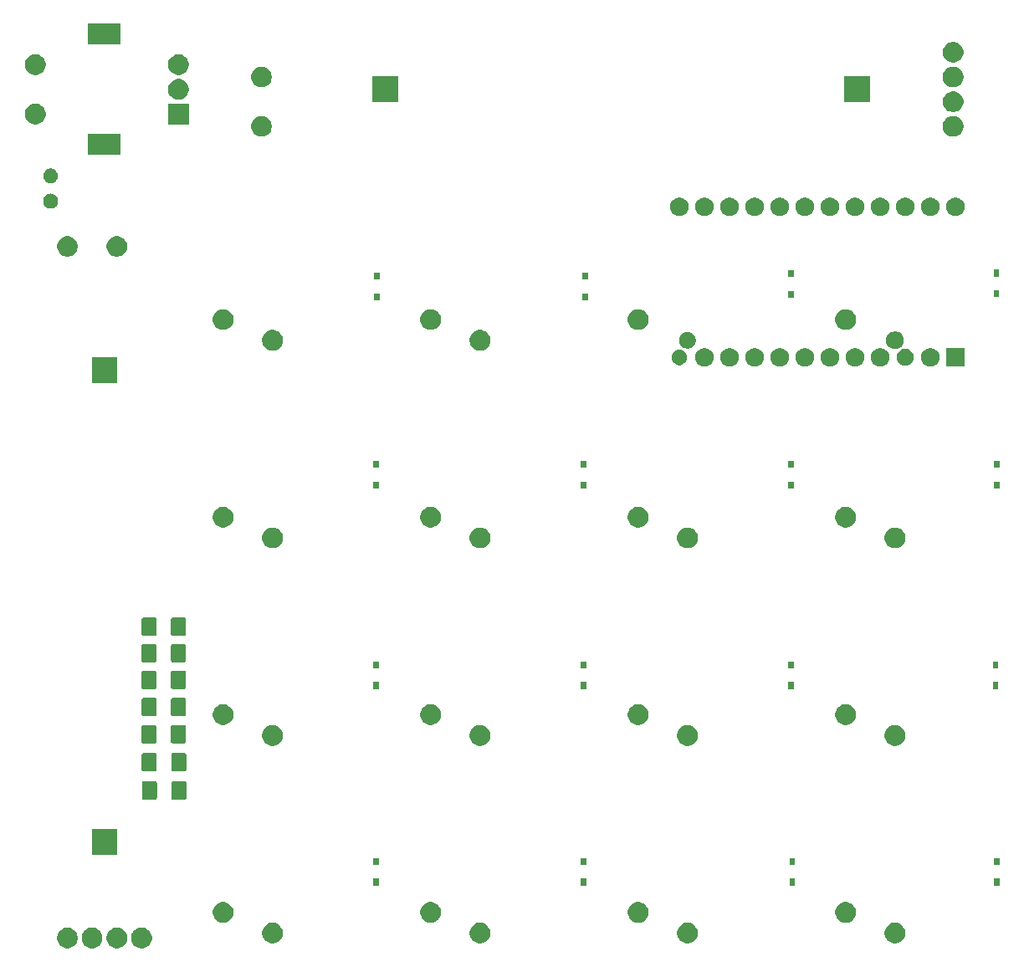
<source format=gts>
G04 #@! TF.GenerationSoftware,KiCad,Pcbnew,(5.1.0)-1*
G04 #@! TF.CreationDate,2019-03-23T01:01:18+01:00*
G04 #@! TF.ProjectId,Schematic2,53636865-6d61-4746-9963-322e6b696361,rev?*
G04 #@! TF.SameCoordinates,Original*
G04 #@! TF.FileFunction,Soldermask,Top*
G04 #@! TF.FilePolarity,Negative*
%FSLAX46Y46*%
G04 Gerber Fmt 4.6, Leading zero omitted, Abs format (unit mm)*
G04 Created by KiCad (PCBNEW (5.1.0)-1) date 2019-03-23 01:01:18*
%MOMM*%
%LPD*%
G04 APERTURE LIST*
%ADD10C,0.100000*%
G04 APERTURE END LIST*
D10*
G36*
X37526564Y-122859389D02*
G01*
X37717833Y-122938615D01*
X37717835Y-122938616D01*
X37889973Y-123053635D01*
X38036365Y-123200027D01*
X38080772Y-123266486D01*
X38151385Y-123372167D01*
X38230611Y-123563436D01*
X38271000Y-123766484D01*
X38271000Y-123973516D01*
X38230611Y-124176564D01*
X38151385Y-124367833D01*
X38151384Y-124367835D01*
X38036365Y-124539973D01*
X37889973Y-124686365D01*
X37717835Y-124801384D01*
X37717834Y-124801385D01*
X37717833Y-124801385D01*
X37526564Y-124880611D01*
X37323516Y-124921000D01*
X37116484Y-124921000D01*
X36913436Y-124880611D01*
X36722167Y-124801385D01*
X36722166Y-124801385D01*
X36722165Y-124801384D01*
X36550027Y-124686365D01*
X36403635Y-124539973D01*
X36288616Y-124367835D01*
X36288615Y-124367833D01*
X36209389Y-124176564D01*
X36169000Y-123973516D01*
X36169000Y-123766484D01*
X36209389Y-123563436D01*
X36288615Y-123372167D01*
X36359229Y-123266486D01*
X36403635Y-123200027D01*
X36550027Y-123053635D01*
X36722165Y-122938616D01*
X36722167Y-122938615D01*
X36913436Y-122859389D01*
X37116484Y-122819000D01*
X37323516Y-122819000D01*
X37526564Y-122859389D01*
X37526564Y-122859389D01*
G37*
G36*
X35026564Y-122859389D02*
G01*
X35217833Y-122938615D01*
X35217835Y-122938616D01*
X35389973Y-123053635D01*
X35536365Y-123200027D01*
X35580772Y-123266486D01*
X35651385Y-123372167D01*
X35730611Y-123563436D01*
X35771000Y-123766484D01*
X35771000Y-123973516D01*
X35730611Y-124176564D01*
X35651385Y-124367833D01*
X35651384Y-124367835D01*
X35536365Y-124539973D01*
X35389973Y-124686365D01*
X35217835Y-124801384D01*
X35217834Y-124801385D01*
X35217833Y-124801385D01*
X35026564Y-124880611D01*
X34823516Y-124921000D01*
X34616484Y-124921000D01*
X34413436Y-124880611D01*
X34222167Y-124801385D01*
X34222166Y-124801385D01*
X34222165Y-124801384D01*
X34050027Y-124686365D01*
X33903635Y-124539973D01*
X33788616Y-124367835D01*
X33788615Y-124367833D01*
X33709389Y-124176564D01*
X33669000Y-123973516D01*
X33669000Y-123766484D01*
X33709389Y-123563436D01*
X33788615Y-123372167D01*
X33859229Y-123266486D01*
X33903635Y-123200027D01*
X34050027Y-123053635D01*
X34222165Y-122938616D01*
X34222167Y-122938615D01*
X34413436Y-122859389D01*
X34616484Y-122819000D01*
X34823516Y-122819000D01*
X35026564Y-122859389D01*
X35026564Y-122859389D01*
G37*
G36*
X42526564Y-122859389D02*
G01*
X42717833Y-122938615D01*
X42717835Y-122938616D01*
X42889973Y-123053635D01*
X43036365Y-123200027D01*
X43080772Y-123266486D01*
X43151385Y-123372167D01*
X43230611Y-123563436D01*
X43271000Y-123766484D01*
X43271000Y-123973516D01*
X43230611Y-124176564D01*
X43151385Y-124367833D01*
X43151384Y-124367835D01*
X43036365Y-124539973D01*
X42889973Y-124686365D01*
X42717835Y-124801384D01*
X42717834Y-124801385D01*
X42717833Y-124801385D01*
X42526564Y-124880611D01*
X42323516Y-124921000D01*
X42116484Y-124921000D01*
X41913436Y-124880611D01*
X41722167Y-124801385D01*
X41722166Y-124801385D01*
X41722165Y-124801384D01*
X41550027Y-124686365D01*
X41403635Y-124539973D01*
X41288616Y-124367835D01*
X41288615Y-124367833D01*
X41209389Y-124176564D01*
X41169000Y-123973516D01*
X41169000Y-123766484D01*
X41209389Y-123563436D01*
X41288615Y-123372167D01*
X41359229Y-123266486D01*
X41403635Y-123200027D01*
X41550027Y-123053635D01*
X41722165Y-122938616D01*
X41722167Y-122938615D01*
X41913436Y-122859389D01*
X42116484Y-122819000D01*
X42323516Y-122819000D01*
X42526564Y-122859389D01*
X42526564Y-122859389D01*
G37*
G36*
X40026564Y-122859389D02*
G01*
X40217833Y-122938615D01*
X40217835Y-122938616D01*
X40389973Y-123053635D01*
X40536365Y-123200027D01*
X40580772Y-123266486D01*
X40651385Y-123372167D01*
X40730611Y-123563436D01*
X40771000Y-123766484D01*
X40771000Y-123973516D01*
X40730611Y-124176564D01*
X40651385Y-124367833D01*
X40651384Y-124367835D01*
X40536365Y-124539973D01*
X40389973Y-124686365D01*
X40217835Y-124801384D01*
X40217834Y-124801385D01*
X40217833Y-124801385D01*
X40026564Y-124880611D01*
X39823516Y-124921000D01*
X39616484Y-124921000D01*
X39413436Y-124880611D01*
X39222167Y-124801385D01*
X39222166Y-124801385D01*
X39222165Y-124801384D01*
X39050027Y-124686365D01*
X38903635Y-124539973D01*
X38788616Y-124367835D01*
X38788615Y-124367833D01*
X38709389Y-124176564D01*
X38669000Y-123973516D01*
X38669000Y-123766484D01*
X38709389Y-123563436D01*
X38788615Y-123372167D01*
X38859229Y-123266486D01*
X38903635Y-123200027D01*
X39050027Y-123053635D01*
X39222165Y-122938616D01*
X39222167Y-122938615D01*
X39413436Y-122859389D01*
X39616484Y-122819000D01*
X39823516Y-122819000D01*
X40026564Y-122859389D01*
X40026564Y-122859389D01*
G37*
G36*
X55776564Y-122359389D02*
G01*
X55967833Y-122438615D01*
X55967835Y-122438616D01*
X56139973Y-122553635D01*
X56286365Y-122700027D01*
X56401385Y-122872167D01*
X56480611Y-123063436D01*
X56521000Y-123266484D01*
X56521000Y-123473516D01*
X56480611Y-123676564D01*
X56443365Y-123766484D01*
X56401384Y-123867835D01*
X56286365Y-124039973D01*
X56139973Y-124186365D01*
X55967835Y-124301384D01*
X55967834Y-124301385D01*
X55967833Y-124301385D01*
X55776564Y-124380611D01*
X55573516Y-124421000D01*
X55366484Y-124421000D01*
X55163436Y-124380611D01*
X54972167Y-124301385D01*
X54972166Y-124301385D01*
X54972165Y-124301384D01*
X54800027Y-124186365D01*
X54653635Y-124039973D01*
X54538616Y-123867835D01*
X54496635Y-123766484D01*
X54459389Y-123676564D01*
X54419000Y-123473516D01*
X54419000Y-123266484D01*
X54459389Y-123063436D01*
X54538615Y-122872167D01*
X54653635Y-122700027D01*
X54800027Y-122553635D01*
X54972165Y-122438616D01*
X54972167Y-122438615D01*
X55163436Y-122359389D01*
X55366484Y-122319000D01*
X55573516Y-122319000D01*
X55776564Y-122359389D01*
X55776564Y-122359389D01*
G37*
G36*
X97776564Y-122359389D02*
G01*
X97967833Y-122438615D01*
X97967835Y-122438616D01*
X98139973Y-122553635D01*
X98286365Y-122700027D01*
X98401385Y-122872167D01*
X98480611Y-123063436D01*
X98521000Y-123266484D01*
X98521000Y-123473516D01*
X98480611Y-123676564D01*
X98443365Y-123766484D01*
X98401384Y-123867835D01*
X98286365Y-124039973D01*
X98139973Y-124186365D01*
X97967835Y-124301384D01*
X97967834Y-124301385D01*
X97967833Y-124301385D01*
X97776564Y-124380611D01*
X97573516Y-124421000D01*
X97366484Y-124421000D01*
X97163436Y-124380611D01*
X96972167Y-124301385D01*
X96972166Y-124301385D01*
X96972165Y-124301384D01*
X96800027Y-124186365D01*
X96653635Y-124039973D01*
X96538616Y-123867835D01*
X96496635Y-123766484D01*
X96459389Y-123676564D01*
X96419000Y-123473516D01*
X96419000Y-123266484D01*
X96459389Y-123063436D01*
X96538615Y-122872167D01*
X96653635Y-122700027D01*
X96800027Y-122553635D01*
X96972165Y-122438616D01*
X96972167Y-122438615D01*
X97163436Y-122359389D01*
X97366484Y-122319000D01*
X97573516Y-122319000D01*
X97776564Y-122359389D01*
X97776564Y-122359389D01*
G37*
G36*
X76776564Y-122359389D02*
G01*
X76967833Y-122438615D01*
X76967835Y-122438616D01*
X77139973Y-122553635D01*
X77286365Y-122700027D01*
X77401385Y-122872167D01*
X77480611Y-123063436D01*
X77521000Y-123266484D01*
X77521000Y-123473516D01*
X77480611Y-123676564D01*
X77443365Y-123766484D01*
X77401384Y-123867835D01*
X77286365Y-124039973D01*
X77139973Y-124186365D01*
X76967835Y-124301384D01*
X76967834Y-124301385D01*
X76967833Y-124301385D01*
X76776564Y-124380611D01*
X76573516Y-124421000D01*
X76366484Y-124421000D01*
X76163436Y-124380611D01*
X75972167Y-124301385D01*
X75972166Y-124301385D01*
X75972165Y-124301384D01*
X75800027Y-124186365D01*
X75653635Y-124039973D01*
X75538616Y-123867835D01*
X75496635Y-123766484D01*
X75459389Y-123676564D01*
X75419000Y-123473516D01*
X75419000Y-123266484D01*
X75459389Y-123063436D01*
X75538615Y-122872167D01*
X75653635Y-122700027D01*
X75800027Y-122553635D01*
X75972165Y-122438616D01*
X75972167Y-122438615D01*
X76163436Y-122359389D01*
X76366484Y-122319000D01*
X76573516Y-122319000D01*
X76776564Y-122359389D01*
X76776564Y-122359389D01*
G37*
G36*
X118776564Y-122359389D02*
G01*
X118967833Y-122438615D01*
X118967835Y-122438616D01*
X119139973Y-122553635D01*
X119286365Y-122700027D01*
X119401385Y-122872167D01*
X119480611Y-123063436D01*
X119521000Y-123266484D01*
X119521000Y-123473516D01*
X119480611Y-123676564D01*
X119443365Y-123766484D01*
X119401384Y-123867835D01*
X119286365Y-124039973D01*
X119139973Y-124186365D01*
X118967835Y-124301384D01*
X118967834Y-124301385D01*
X118967833Y-124301385D01*
X118776564Y-124380611D01*
X118573516Y-124421000D01*
X118366484Y-124421000D01*
X118163436Y-124380611D01*
X117972167Y-124301385D01*
X117972166Y-124301385D01*
X117972165Y-124301384D01*
X117800027Y-124186365D01*
X117653635Y-124039973D01*
X117538616Y-123867835D01*
X117496635Y-123766484D01*
X117459389Y-123676564D01*
X117419000Y-123473516D01*
X117419000Y-123266484D01*
X117459389Y-123063436D01*
X117538615Y-122872167D01*
X117653635Y-122700027D01*
X117800027Y-122553635D01*
X117972165Y-122438616D01*
X117972167Y-122438615D01*
X118163436Y-122359389D01*
X118366484Y-122319000D01*
X118573516Y-122319000D01*
X118776564Y-122359389D01*
X118776564Y-122359389D01*
G37*
G36*
X71776564Y-120259389D02*
G01*
X71967833Y-120338615D01*
X71967835Y-120338616D01*
X72139973Y-120453635D01*
X72286365Y-120600027D01*
X72401385Y-120772167D01*
X72480611Y-120963436D01*
X72521000Y-121166484D01*
X72521000Y-121373516D01*
X72480611Y-121576564D01*
X72401385Y-121767833D01*
X72401384Y-121767835D01*
X72286365Y-121939973D01*
X72139973Y-122086365D01*
X71967835Y-122201384D01*
X71967834Y-122201385D01*
X71967833Y-122201385D01*
X71776564Y-122280611D01*
X71573516Y-122321000D01*
X71366484Y-122321000D01*
X71163436Y-122280611D01*
X70972167Y-122201385D01*
X70972166Y-122201385D01*
X70972165Y-122201384D01*
X70800027Y-122086365D01*
X70653635Y-121939973D01*
X70538616Y-121767835D01*
X70538615Y-121767833D01*
X70459389Y-121576564D01*
X70419000Y-121373516D01*
X70419000Y-121166484D01*
X70459389Y-120963436D01*
X70538615Y-120772167D01*
X70653635Y-120600027D01*
X70800027Y-120453635D01*
X70972165Y-120338616D01*
X70972167Y-120338615D01*
X71163436Y-120259389D01*
X71366484Y-120219000D01*
X71573516Y-120219000D01*
X71776564Y-120259389D01*
X71776564Y-120259389D01*
G37*
G36*
X92776564Y-120259389D02*
G01*
X92967833Y-120338615D01*
X92967835Y-120338616D01*
X93139973Y-120453635D01*
X93286365Y-120600027D01*
X93401385Y-120772167D01*
X93480611Y-120963436D01*
X93521000Y-121166484D01*
X93521000Y-121373516D01*
X93480611Y-121576564D01*
X93401385Y-121767833D01*
X93401384Y-121767835D01*
X93286365Y-121939973D01*
X93139973Y-122086365D01*
X92967835Y-122201384D01*
X92967834Y-122201385D01*
X92967833Y-122201385D01*
X92776564Y-122280611D01*
X92573516Y-122321000D01*
X92366484Y-122321000D01*
X92163436Y-122280611D01*
X91972167Y-122201385D01*
X91972166Y-122201385D01*
X91972165Y-122201384D01*
X91800027Y-122086365D01*
X91653635Y-121939973D01*
X91538616Y-121767835D01*
X91538615Y-121767833D01*
X91459389Y-121576564D01*
X91419000Y-121373516D01*
X91419000Y-121166484D01*
X91459389Y-120963436D01*
X91538615Y-120772167D01*
X91653635Y-120600027D01*
X91800027Y-120453635D01*
X91972165Y-120338616D01*
X91972167Y-120338615D01*
X92163436Y-120259389D01*
X92366484Y-120219000D01*
X92573516Y-120219000D01*
X92776564Y-120259389D01*
X92776564Y-120259389D01*
G37*
G36*
X113776564Y-120259389D02*
G01*
X113967833Y-120338615D01*
X113967835Y-120338616D01*
X114139973Y-120453635D01*
X114286365Y-120600027D01*
X114401385Y-120772167D01*
X114480611Y-120963436D01*
X114521000Y-121166484D01*
X114521000Y-121373516D01*
X114480611Y-121576564D01*
X114401385Y-121767833D01*
X114401384Y-121767835D01*
X114286365Y-121939973D01*
X114139973Y-122086365D01*
X113967835Y-122201384D01*
X113967834Y-122201385D01*
X113967833Y-122201385D01*
X113776564Y-122280611D01*
X113573516Y-122321000D01*
X113366484Y-122321000D01*
X113163436Y-122280611D01*
X112972167Y-122201385D01*
X112972166Y-122201385D01*
X112972165Y-122201384D01*
X112800027Y-122086365D01*
X112653635Y-121939973D01*
X112538616Y-121767835D01*
X112538615Y-121767833D01*
X112459389Y-121576564D01*
X112419000Y-121373516D01*
X112419000Y-121166484D01*
X112459389Y-120963436D01*
X112538615Y-120772167D01*
X112653635Y-120600027D01*
X112800027Y-120453635D01*
X112972165Y-120338616D01*
X112972167Y-120338615D01*
X113163436Y-120259389D01*
X113366484Y-120219000D01*
X113573516Y-120219000D01*
X113776564Y-120259389D01*
X113776564Y-120259389D01*
G37*
G36*
X50776564Y-120259389D02*
G01*
X50967833Y-120338615D01*
X50967835Y-120338616D01*
X51139973Y-120453635D01*
X51286365Y-120600027D01*
X51401385Y-120772167D01*
X51480611Y-120963436D01*
X51521000Y-121166484D01*
X51521000Y-121373516D01*
X51480611Y-121576564D01*
X51401385Y-121767833D01*
X51401384Y-121767835D01*
X51286365Y-121939973D01*
X51139973Y-122086365D01*
X50967835Y-122201384D01*
X50967834Y-122201385D01*
X50967833Y-122201385D01*
X50776564Y-122280611D01*
X50573516Y-122321000D01*
X50366484Y-122321000D01*
X50163436Y-122280611D01*
X49972167Y-122201385D01*
X49972166Y-122201385D01*
X49972165Y-122201384D01*
X49800027Y-122086365D01*
X49653635Y-121939973D01*
X49538616Y-121767835D01*
X49538615Y-121767833D01*
X49459389Y-121576564D01*
X49419000Y-121373516D01*
X49419000Y-121166484D01*
X49459389Y-120963436D01*
X49538615Y-120772167D01*
X49653635Y-120600027D01*
X49800027Y-120453635D01*
X49972165Y-120338616D01*
X49972167Y-120338615D01*
X50163436Y-120259389D01*
X50366484Y-120219000D01*
X50573516Y-120219000D01*
X50776564Y-120259389D01*
X50776564Y-120259389D01*
G37*
G36*
X129046000Y-118571000D02*
G01*
X128494000Y-118571000D01*
X128494000Y-117869000D01*
X129046000Y-117869000D01*
X129046000Y-118571000D01*
X129046000Y-118571000D01*
G37*
G36*
X66246000Y-118571000D02*
G01*
X65694000Y-118571000D01*
X65694000Y-117869000D01*
X66246000Y-117869000D01*
X66246000Y-118571000D01*
X66246000Y-118571000D01*
G37*
G36*
X87246000Y-118571000D02*
G01*
X86694000Y-118571000D01*
X86694000Y-117869000D01*
X87246000Y-117869000D01*
X87246000Y-118571000D01*
X87246000Y-118571000D01*
G37*
G36*
X108346000Y-118571000D02*
G01*
X107794000Y-118571000D01*
X107794000Y-117869000D01*
X108346000Y-117869000D01*
X108346000Y-118571000D01*
X108346000Y-118571000D01*
G37*
G36*
X108346000Y-116471000D02*
G01*
X107794000Y-116471000D01*
X107794000Y-115769000D01*
X108346000Y-115769000D01*
X108346000Y-116471000D01*
X108346000Y-116471000D01*
G37*
G36*
X129046000Y-116471000D02*
G01*
X128494000Y-116471000D01*
X128494000Y-115769000D01*
X129046000Y-115769000D01*
X129046000Y-116471000D01*
X129046000Y-116471000D01*
G37*
G36*
X66246000Y-116471000D02*
G01*
X65694000Y-116471000D01*
X65694000Y-115769000D01*
X66246000Y-115769000D01*
X66246000Y-116471000D01*
X66246000Y-116471000D01*
G37*
G36*
X87246000Y-116471000D02*
G01*
X86694000Y-116471000D01*
X86694000Y-115769000D01*
X87246000Y-115769000D01*
X87246000Y-116471000D01*
X87246000Y-116471000D01*
G37*
G36*
X39781000Y-115423000D02*
G01*
X37179000Y-115423000D01*
X37179000Y-112821000D01*
X39781000Y-112821000D01*
X39781000Y-115423000D01*
X39781000Y-115423000D01*
G37*
G36*
X46603062Y-108018181D02*
G01*
X46637981Y-108028774D01*
X46670163Y-108045976D01*
X46698373Y-108069127D01*
X46721524Y-108097337D01*
X46738726Y-108129519D01*
X46749319Y-108164438D01*
X46753500Y-108206895D01*
X46753500Y-109673105D01*
X46749319Y-109715562D01*
X46738726Y-109750481D01*
X46721524Y-109782663D01*
X46698373Y-109810873D01*
X46670163Y-109834024D01*
X46637981Y-109851226D01*
X46603062Y-109861819D01*
X46560605Y-109866000D01*
X45419395Y-109866000D01*
X45376938Y-109861819D01*
X45342019Y-109851226D01*
X45309837Y-109834024D01*
X45281627Y-109810873D01*
X45258476Y-109782663D01*
X45241274Y-109750481D01*
X45230681Y-109715562D01*
X45226500Y-109673105D01*
X45226500Y-108206895D01*
X45230681Y-108164438D01*
X45241274Y-108129519D01*
X45258476Y-108097337D01*
X45281627Y-108069127D01*
X45309837Y-108045976D01*
X45342019Y-108028774D01*
X45376938Y-108018181D01*
X45419395Y-108014000D01*
X46560605Y-108014000D01*
X46603062Y-108018181D01*
X46603062Y-108018181D01*
G37*
G36*
X43628062Y-108018181D02*
G01*
X43662981Y-108028774D01*
X43695163Y-108045976D01*
X43723373Y-108069127D01*
X43746524Y-108097337D01*
X43763726Y-108129519D01*
X43774319Y-108164438D01*
X43778500Y-108206895D01*
X43778500Y-109673105D01*
X43774319Y-109715562D01*
X43763726Y-109750481D01*
X43746524Y-109782663D01*
X43723373Y-109810873D01*
X43695163Y-109834024D01*
X43662981Y-109851226D01*
X43628062Y-109861819D01*
X43585605Y-109866000D01*
X42444395Y-109866000D01*
X42401938Y-109861819D01*
X42367019Y-109851226D01*
X42334837Y-109834024D01*
X42306627Y-109810873D01*
X42283476Y-109782663D01*
X42266274Y-109750481D01*
X42255681Y-109715562D01*
X42251500Y-109673105D01*
X42251500Y-108206895D01*
X42255681Y-108164438D01*
X42266274Y-108129519D01*
X42283476Y-108097337D01*
X42306627Y-108069127D01*
X42334837Y-108045976D01*
X42367019Y-108028774D01*
X42401938Y-108018181D01*
X42444395Y-108014000D01*
X43585605Y-108014000D01*
X43628062Y-108018181D01*
X43628062Y-108018181D01*
G37*
G36*
X46598062Y-105158181D02*
G01*
X46632981Y-105168774D01*
X46665163Y-105185976D01*
X46693373Y-105209127D01*
X46716524Y-105237337D01*
X46733726Y-105269519D01*
X46744319Y-105304438D01*
X46748500Y-105346895D01*
X46748500Y-106813105D01*
X46744319Y-106855562D01*
X46733726Y-106890481D01*
X46716524Y-106922663D01*
X46693373Y-106950873D01*
X46665163Y-106974024D01*
X46632981Y-106991226D01*
X46598062Y-107001819D01*
X46555605Y-107006000D01*
X45414395Y-107006000D01*
X45371938Y-107001819D01*
X45337019Y-106991226D01*
X45304837Y-106974024D01*
X45276627Y-106950873D01*
X45253476Y-106922663D01*
X45236274Y-106890481D01*
X45225681Y-106855562D01*
X45221500Y-106813105D01*
X45221500Y-105346895D01*
X45225681Y-105304438D01*
X45236274Y-105269519D01*
X45253476Y-105237337D01*
X45276627Y-105209127D01*
X45304837Y-105185976D01*
X45337019Y-105168774D01*
X45371938Y-105158181D01*
X45414395Y-105154000D01*
X46555605Y-105154000D01*
X46598062Y-105158181D01*
X46598062Y-105158181D01*
G37*
G36*
X43623062Y-105158181D02*
G01*
X43657981Y-105168774D01*
X43690163Y-105185976D01*
X43718373Y-105209127D01*
X43741524Y-105237337D01*
X43758726Y-105269519D01*
X43769319Y-105304438D01*
X43773500Y-105346895D01*
X43773500Y-106813105D01*
X43769319Y-106855562D01*
X43758726Y-106890481D01*
X43741524Y-106922663D01*
X43718373Y-106950873D01*
X43690163Y-106974024D01*
X43657981Y-106991226D01*
X43623062Y-107001819D01*
X43580605Y-107006000D01*
X42439395Y-107006000D01*
X42396938Y-107001819D01*
X42362019Y-106991226D01*
X42329837Y-106974024D01*
X42301627Y-106950873D01*
X42278476Y-106922663D01*
X42261274Y-106890481D01*
X42250681Y-106855562D01*
X42246500Y-106813105D01*
X42246500Y-105346895D01*
X42250681Y-105304438D01*
X42261274Y-105269519D01*
X42278476Y-105237337D01*
X42301627Y-105209127D01*
X42329837Y-105185976D01*
X42362019Y-105168774D01*
X42396938Y-105158181D01*
X42439395Y-105154000D01*
X43580605Y-105154000D01*
X43623062Y-105158181D01*
X43623062Y-105158181D01*
G37*
G36*
X55776564Y-102359389D02*
G01*
X55945873Y-102429519D01*
X55967835Y-102438616D01*
X56104048Y-102529631D01*
X56139973Y-102553635D01*
X56286365Y-102700027D01*
X56401385Y-102872167D01*
X56480611Y-103063436D01*
X56521000Y-103266484D01*
X56521000Y-103473516D01*
X56480611Y-103676564D01*
X56401385Y-103867833D01*
X56401384Y-103867835D01*
X56286365Y-104039973D01*
X56139973Y-104186365D01*
X55967835Y-104301384D01*
X55967834Y-104301385D01*
X55967833Y-104301385D01*
X55776564Y-104380611D01*
X55573516Y-104421000D01*
X55366484Y-104421000D01*
X55163436Y-104380611D01*
X54972167Y-104301385D01*
X54972166Y-104301385D01*
X54972165Y-104301384D01*
X54800027Y-104186365D01*
X54653635Y-104039973D01*
X54538616Y-103867835D01*
X54538615Y-103867833D01*
X54459389Y-103676564D01*
X54419000Y-103473516D01*
X54419000Y-103266484D01*
X54459389Y-103063436D01*
X54538615Y-102872167D01*
X54653635Y-102700027D01*
X54800027Y-102553635D01*
X54835952Y-102529631D01*
X54972165Y-102438616D01*
X54994127Y-102429519D01*
X55163436Y-102359389D01*
X55366484Y-102319000D01*
X55573516Y-102319000D01*
X55776564Y-102359389D01*
X55776564Y-102359389D01*
G37*
G36*
X76776564Y-102359389D02*
G01*
X76945873Y-102429519D01*
X76967835Y-102438616D01*
X77104048Y-102529631D01*
X77139973Y-102553635D01*
X77286365Y-102700027D01*
X77401385Y-102872167D01*
X77480611Y-103063436D01*
X77521000Y-103266484D01*
X77521000Y-103473516D01*
X77480611Y-103676564D01*
X77401385Y-103867833D01*
X77401384Y-103867835D01*
X77286365Y-104039973D01*
X77139973Y-104186365D01*
X76967835Y-104301384D01*
X76967834Y-104301385D01*
X76967833Y-104301385D01*
X76776564Y-104380611D01*
X76573516Y-104421000D01*
X76366484Y-104421000D01*
X76163436Y-104380611D01*
X75972167Y-104301385D01*
X75972166Y-104301385D01*
X75972165Y-104301384D01*
X75800027Y-104186365D01*
X75653635Y-104039973D01*
X75538616Y-103867835D01*
X75538615Y-103867833D01*
X75459389Y-103676564D01*
X75419000Y-103473516D01*
X75419000Y-103266484D01*
X75459389Y-103063436D01*
X75538615Y-102872167D01*
X75653635Y-102700027D01*
X75800027Y-102553635D01*
X75835952Y-102529631D01*
X75972165Y-102438616D01*
X75994127Y-102429519D01*
X76163436Y-102359389D01*
X76366484Y-102319000D01*
X76573516Y-102319000D01*
X76776564Y-102359389D01*
X76776564Y-102359389D01*
G37*
G36*
X97776564Y-102359389D02*
G01*
X97945873Y-102429519D01*
X97967835Y-102438616D01*
X98104048Y-102529631D01*
X98139973Y-102553635D01*
X98286365Y-102700027D01*
X98401385Y-102872167D01*
X98480611Y-103063436D01*
X98521000Y-103266484D01*
X98521000Y-103473516D01*
X98480611Y-103676564D01*
X98401385Y-103867833D01*
X98401384Y-103867835D01*
X98286365Y-104039973D01*
X98139973Y-104186365D01*
X97967835Y-104301384D01*
X97967834Y-104301385D01*
X97967833Y-104301385D01*
X97776564Y-104380611D01*
X97573516Y-104421000D01*
X97366484Y-104421000D01*
X97163436Y-104380611D01*
X96972167Y-104301385D01*
X96972166Y-104301385D01*
X96972165Y-104301384D01*
X96800027Y-104186365D01*
X96653635Y-104039973D01*
X96538616Y-103867835D01*
X96538615Y-103867833D01*
X96459389Y-103676564D01*
X96419000Y-103473516D01*
X96419000Y-103266484D01*
X96459389Y-103063436D01*
X96538615Y-102872167D01*
X96653635Y-102700027D01*
X96800027Y-102553635D01*
X96835952Y-102529631D01*
X96972165Y-102438616D01*
X96994127Y-102429519D01*
X97163436Y-102359389D01*
X97366484Y-102319000D01*
X97573516Y-102319000D01*
X97776564Y-102359389D01*
X97776564Y-102359389D01*
G37*
G36*
X118776564Y-102359389D02*
G01*
X118945873Y-102429519D01*
X118967835Y-102438616D01*
X119104048Y-102529631D01*
X119139973Y-102553635D01*
X119286365Y-102700027D01*
X119401385Y-102872167D01*
X119480611Y-103063436D01*
X119521000Y-103266484D01*
X119521000Y-103473516D01*
X119480611Y-103676564D01*
X119401385Y-103867833D01*
X119401384Y-103867835D01*
X119286365Y-104039973D01*
X119139973Y-104186365D01*
X118967835Y-104301384D01*
X118967834Y-104301385D01*
X118967833Y-104301385D01*
X118776564Y-104380611D01*
X118573516Y-104421000D01*
X118366484Y-104421000D01*
X118163436Y-104380611D01*
X117972167Y-104301385D01*
X117972166Y-104301385D01*
X117972165Y-104301384D01*
X117800027Y-104186365D01*
X117653635Y-104039973D01*
X117538616Y-103867835D01*
X117538615Y-103867833D01*
X117459389Y-103676564D01*
X117419000Y-103473516D01*
X117419000Y-103266484D01*
X117459389Y-103063436D01*
X117538615Y-102872167D01*
X117653635Y-102700027D01*
X117800027Y-102553635D01*
X117835952Y-102529631D01*
X117972165Y-102438616D01*
X117994127Y-102429519D01*
X118163436Y-102359389D01*
X118366484Y-102319000D01*
X118573516Y-102319000D01*
X118776564Y-102359389D01*
X118776564Y-102359389D01*
G37*
G36*
X43588062Y-102318181D02*
G01*
X43622981Y-102328774D01*
X43655163Y-102345976D01*
X43683373Y-102369127D01*
X43706524Y-102397337D01*
X43723726Y-102429519D01*
X43734319Y-102464438D01*
X43738500Y-102506895D01*
X43738500Y-103973105D01*
X43734319Y-104015562D01*
X43723726Y-104050481D01*
X43706524Y-104082663D01*
X43683373Y-104110873D01*
X43655163Y-104134024D01*
X43622981Y-104151226D01*
X43588062Y-104161819D01*
X43545605Y-104166000D01*
X42404395Y-104166000D01*
X42361938Y-104161819D01*
X42327019Y-104151226D01*
X42294837Y-104134024D01*
X42266627Y-104110873D01*
X42243476Y-104082663D01*
X42226274Y-104050481D01*
X42215681Y-104015562D01*
X42211500Y-103973105D01*
X42211500Y-102506895D01*
X42215681Y-102464438D01*
X42226274Y-102429519D01*
X42243476Y-102397337D01*
X42266627Y-102369127D01*
X42294837Y-102345976D01*
X42327019Y-102328774D01*
X42361938Y-102318181D01*
X42404395Y-102314000D01*
X43545605Y-102314000D01*
X43588062Y-102318181D01*
X43588062Y-102318181D01*
G37*
G36*
X46563062Y-102318181D02*
G01*
X46597981Y-102328774D01*
X46630163Y-102345976D01*
X46658373Y-102369127D01*
X46681524Y-102397337D01*
X46698726Y-102429519D01*
X46709319Y-102464438D01*
X46713500Y-102506895D01*
X46713500Y-103973105D01*
X46709319Y-104015562D01*
X46698726Y-104050481D01*
X46681524Y-104082663D01*
X46658373Y-104110873D01*
X46630163Y-104134024D01*
X46597981Y-104151226D01*
X46563062Y-104161819D01*
X46520605Y-104166000D01*
X45379395Y-104166000D01*
X45336938Y-104161819D01*
X45302019Y-104151226D01*
X45269837Y-104134024D01*
X45241627Y-104110873D01*
X45218476Y-104082663D01*
X45201274Y-104050481D01*
X45190681Y-104015562D01*
X45186500Y-103973105D01*
X45186500Y-102506895D01*
X45190681Y-102464438D01*
X45201274Y-102429519D01*
X45218476Y-102397337D01*
X45241627Y-102369127D01*
X45269837Y-102345976D01*
X45302019Y-102328774D01*
X45336938Y-102318181D01*
X45379395Y-102314000D01*
X46520605Y-102314000D01*
X46563062Y-102318181D01*
X46563062Y-102318181D01*
G37*
G36*
X113776564Y-100259389D02*
G01*
X113967833Y-100338615D01*
X113967835Y-100338616D01*
X114139973Y-100453635D01*
X114286365Y-100600027D01*
X114401385Y-100772167D01*
X114480611Y-100963436D01*
X114521000Y-101166484D01*
X114521000Y-101373516D01*
X114480611Y-101576564D01*
X114401385Y-101767833D01*
X114401384Y-101767835D01*
X114286365Y-101939973D01*
X114139973Y-102086365D01*
X113967835Y-102201384D01*
X113967834Y-102201385D01*
X113967833Y-102201385D01*
X113776564Y-102280611D01*
X113573516Y-102321000D01*
X113366484Y-102321000D01*
X113163436Y-102280611D01*
X112972167Y-102201385D01*
X112972166Y-102201385D01*
X112972165Y-102201384D01*
X112800027Y-102086365D01*
X112653635Y-101939973D01*
X112538616Y-101767835D01*
X112538615Y-101767833D01*
X112459389Y-101576564D01*
X112419000Y-101373516D01*
X112419000Y-101166484D01*
X112459389Y-100963436D01*
X112538615Y-100772167D01*
X112653635Y-100600027D01*
X112800027Y-100453635D01*
X112972165Y-100338616D01*
X112972167Y-100338615D01*
X113163436Y-100259389D01*
X113366484Y-100219000D01*
X113573516Y-100219000D01*
X113776564Y-100259389D01*
X113776564Y-100259389D01*
G37*
G36*
X92776564Y-100259389D02*
G01*
X92967833Y-100338615D01*
X92967835Y-100338616D01*
X93139973Y-100453635D01*
X93286365Y-100600027D01*
X93401385Y-100772167D01*
X93480611Y-100963436D01*
X93521000Y-101166484D01*
X93521000Y-101373516D01*
X93480611Y-101576564D01*
X93401385Y-101767833D01*
X93401384Y-101767835D01*
X93286365Y-101939973D01*
X93139973Y-102086365D01*
X92967835Y-102201384D01*
X92967834Y-102201385D01*
X92967833Y-102201385D01*
X92776564Y-102280611D01*
X92573516Y-102321000D01*
X92366484Y-102321000D01*
X92163436Y-102280611D01*
X91972167Y-102201385D01*
X91972166Y-102201385D01*
X91972165Y-102201384D01*
X91800027Y-102086365D01*
X91653635Y-101939973D01*
X91538616Y-101767835D01*
X91538615Y-101767833D01*
X91459389Y-101576564D01*
X91419000Y-101373516D01*
X91419000Y-101166484D01*
X91459389Y-100963436D01*
X91538615Y-100772167D01*
X91653635Y-100600027D01*
X91800027Y-100453635D01*
X91972165Y-100338616D01*
X91972167Y-100338615D01*
X92163436Y-100259389D01*
X92366484Y-100219000D01*
X92573516Y-100219000D01*
X92776564Y-100259389D01*
X92776564Y-100259389D01*
G37*
G36*
X71776564Y-100259389D02*
G01*
X71967833Y-100338615D01*
X71967835Y-100338616D01*
X72139973Y-100453635D01*
X72286365Y-100600027D01*
X72401385Y-100772167D01*
X72480611Y-100963436D01*
X72521000Y-101166484D01*
X72521000Y-101373516D01*
X72480611Y-101576564D01*
X72401385Y-101767833D01*
X72401384Y-101767835D01*
X72286365Y-101939973D01*
X72139973Y-102086365D01*
X71967835Y-102201384D01*
X71967834Y-102201385D01*
X71967833Y-102201385D01*
X71776564Y-102280611D01*
X71573516Y-102321000D01*
X71366484Y-102321000D01*
X71163436Y-102280611D01*
X70972167Y-102201385D01*
X70972166Y-102201385D01*
X70972165Y-102201384D01*
X70800027Y-102086365D01*
X70653635Y-101939973D01*
X70538616Y-101767835D01*
X70538615Y-101767833D01*
X70459389Y-101576564D01*
X70419000Y-101373516D01*
X70419000Y-101166484D01*
X70459389Y-100963436D01*
X70538615Y-100772167D01*
X70653635Y-100600027D01*
X70800027Y-100453635D01*
X70972165Y-100338616D01*
X70972167Y-100338615D01*
X71163436Y-100259389D01*
X71366484Y-100219000D01*
X71573516Y-100219000D01*
X71776564Y-100259389D01*
X71776564Y-100259389D01*
G37*
G36*
X50776564Y-100259389D02*
G01*
X50967833Y-100338615D01*
X50967835Y-100338616D01*
X51139973Y-100453635D01*
X51286365Y-100600027D01*
X51401385Y-100772167D01*
X51480611Y-100963436D01*
X51521000Y-101166484D01*
X51521000Y-101373516D01*
X51480611Y-101576564D01*
X51401385Y-101767833D01*
X51401384Y-101767835D01*
X51286365Y-101939973D01*
X51139973Y-102086365D01*
X50967835Y-102201384D01*
X50967834Y-102201385D01*
X50967833Y-102201385D01*
X50776564Y-102280611D01*
X50573516Y-102321000D01*
X50366484Y-102321000D01*
X50163436Y-102280611D01*
X49972167Y-102201385D01*
X49972166Y-102201385D01*
X49972165Y-102201384D01*
X49800027Y-102086365D01*
X49653635Y-101939973D01*
X49538616Y-101767835D01*
X49538615Y-101767833D01*
X49459389Y-101576564D01*
X49419000Y-101373516D01*
X49419000Y-101166484D01*
X49459389Y-100963436D01*
X49538615Y-100772167D01*
X49653635Y-100600027D01*
X49800027Y-100453635D01*
X49972165Y-100338616D01*
X49972167Y-100338615D01*
X50163436Y-100259389D01*
X50366484Y-100219000D01*
X50573516Y-100219000D01*
X50776564Y-100259389D01*
X50776564Y-100259389D01*
G37*
G36*
X46583062Y-99568181D02*
G01*
X46617981Y-99578774D01*
X46650163Y-99595976D01*
X46678373Y-99619127D01*
X46701524Y-99647337D01*
X46718726Y-99679519D01*
X46729319Y-99714438D01*
X46733500Y-99756895D01*
X46733500Y-101223105D01*
X46729319Y-101265562D01*
X46718726Y-101300481D01*
X46701524Y-101332663D01*
X46678373Y-101360873D01*
X46650163Y-101384024D01*
X46617981Y-101401226D01*
X46583062Y-101411819D01*
X46540605Y-101416000D01*
X45399395Y-101416000D01*
X45356938Y-101411819D01*
X45322019Y-101401226D01*
X45289837Y-101384024D01*
X45261627Y-101360873D01*
X45238476Y-101332663D01*
X45221274Y-101300481D01*
X45210681Y-101265562D01*
X45206500Y-101223105D01*
X45206500Y-99756895D01*
X45210681Y-99714438D01*
X45221274Y-99679519D01*
X45238476Y-99647337D01*
X45261627Y-99619127D01*
X45289837Y-99595976D01*
X45322019Y-99578774D01*
X45356938Y-99568181D01*
X45399395Y-99564000D01*
X46540605Y-99564000D01*
X46583062Y-99568181D01*
X46583062Y-99568181D01*
G37*
G36*
X43608062Y-99568181D02*
G01*
X43642981Y-99578774D01*
X43675163Y-99595976D01*
X43703373Y-99619127D01*
X43726524Y-99647337D01*
X43743726Y-99679519D01*
X43754319Y-99714438D01*
X43758500Y-99756895D01*
X43758500Y-101223105D01*
X43754319Y-101265562D01*
X43743726Y-101300481D01*
X43726524Y-101332663D01*
X43703373Y-101360873D01*
X43675163Y-101384024D01*
X43642981Y-101401226D01*
X43608062Y-101411819D01*
X43565605Y-101416000D01*
X42424395Y-101416000D01*
X42381938Y-101411819D01*
X42347019Y-101401226D01*
X42314837Y-101384024D01*
X42286627Y-101360873D01*
X42263476Y-101332663D01*
X42246274Y-101300481D01*
X42235681Y-101265562D01*
X42231500Y-101223105D01*
X42231500Y-99756895D01*
X42235681Y-99714438D01*
X42246274Y-99679519D01*
X42263476Y-99647337D01*
X42286627Y-99619127D01*
X42314837Y-99595976D01*
X42347019Y-99578774D01*
X42381938Y-99568181D01*
X42424395Y-99564000D01*
X43565605Y-99564000D01*
X43608062Y-99568181D01*
X43608062Y-99568181D01*
G37*
G36*
X128946000Y-98671000D02*
G01*
X128394000Y-98671000D01*
X128394000Y-97969000D01*
X128946000Y-97969000D01*
X128946000Y-98671000D01*
X128946000Y-98671000D01*
G37*
G36*
X66246000Y-98671000D02*
G01*
X65694000Y-98671000D01*
X65694000Y-97969000D01*
X66246000Y-97969000D01*
X66246000Y-98671000D01*
X66246000Y-98671000D01*
G37*
G36*
X87246000Y-98671000D02*
G01*
X86694000Y-98671000D01*
X86694000Y-97969000D01*
X87246000Y-97969000D01*
X87246000Y-98671000D01*
X87246000Y-98671000D01*
G37*
G36*
X108246000Y-98671000D02*
G01*
X107694000Y-98671000D01*
X107694000Y-97969000D01*
X108246000Y-97969000D01*
X108246000Y-98671000D01*
X108246000Y-98671000D01*
G37*
G36*
X43588062Y-96818181D02*
G01*
X43622981Y-96828774D01*
X43655163Y-96845976D01*
X43683373Y-96869127D01*
X43706524Y-96897337D01*
X43723726Y-96929519D01*
X43734319Y-96964438D01*
X43738500Y-97006895D01*
X43738500Y-98473105D01*
X43734319Y-98515562D01*
X43723726Y-98550481D01*
X43706524Y-98582663D01*
X43683373Y-98610873D01*
X43655163Y-98634024D01*
X43622981Y-98651226D01*
X43588062Y-98661819D01*
X43545605Y-98666000D01*
X42404395Y-98666000D01*
X42361938Y-98661819D01*
X42327019Y-98651226D01*
X42294837Y-98634024D01*
X42266627Y-98610873D01*
X42243476Y-98582663D01*
X42226274Y-98550481D01*
X42215681Y-98515562D01*
X42211500Y-98473105D01*
X42211500Y-97006895D01*
X42215681Y-96964438D01*
X42226274Y-96929519D01*
X42243476Y-96897337D01*
X42266627Y-96869127D01*
X42294837Y-96845976D01*
X42327019Y-96828774D01*
X42361938Y-96818181D01*
X42404395Y-96814000D01*
X43545605Y-96814000D01*
X43588062Y-96818181D01*
X43588062Y-96818181D01*
G37*
G36*
X46563062Y-96818181D02*
G01*
X46597981Y-96828774D01*
X46630163Y-96845976D01*
X46658373Y-96869127D01*
X46681524Y-96897337D01*
X46698726Y-96929519D01*
X46709319Y-96964438D01*
X46713500Y-97006895D01*
X46713500Y-98473105D01*
X46709319Y-98515562D01*
X46698726Y-98550481D01*
X46681524Y-98582663D01*
X46658373Y-98610873D01*
X46630163Y-98634024D01*
X46597981Y-98651226D01*
X46563062Y-98661819D01*
X46520605Y-98666000D01*
X45379395Y-98666000D01*
X45336938Y-98661819D01*
X45302019Y-98651226D01*
X45269837Y-98634024D01*
X45241627Y-98610873D01*
X45218476Y-98582663D01*
X45201274Y-98550481D01*
X45190681Y-98515562D01*
X45186500Y-98473105D01*
X45186500Y-97006895D01*
X45190681Y-96964438D01*
X45201274Y-96929519D01*
X45218476Y-96897337D01*
X45241627Y-96869127D01*
X45269837Y-96845976D01*
X45302019Y-96828774D01*
X45336938Y-96818181D01*
X45379395Y-96814000D01*
X46520605Y-96814000D01*
X46563062Y-96818181D01*
X46563062Y-96818181D01*
G37*
G36*
X108246000Y-96571000D02*
G01*
X107694000Y-96571000D01*
X107694000Y-95869000D01*
X108246000Y-95869000D01*
X108246000Y-96571000D01*
X108246000Y-96571000D01*
G37*
G36*
X128946000Y-96571000D02*
G01*
X128394000Y-96571000D01*
X128394000Y-95869000D01*
X128946000Y-95869000D01*
X128946000Y-96571000D01*
X128946000Y-96571000D01*
G37*
G36*
X87246000Y-96571000D02*
G01*
X86694000Y-96571000D01*
X86694000Y-95869000D01*
X87246000Y-95869000D01*
X87246000Y-96571000D01*
X87246000Y-96571000D01*
G37*
G36*
X66246000Y-96571000D02*
G01*
X65694000Y-96571000D01*
X65694000Y-95869000D01*
X66246000Y-95869000D01*
X66246000Y-96571000D01*
X66246000Y-96571000D01*
G37*
G36*
X43608062Y-94128181D02*
G01*
X43642981Y-94138774D01*
X43675163Y-94155976D01*
X43703373Y-94179127D01*
X43726524Y-94207337D01*
X43743726Y-94239519D01*
X43754319Y-94274438D01*
X43758500Y-94316895D01*
X43758500Y-95783105D01*
X43754319Y-95825562D01*
X43743726Y-95860481D01*
X43726524Y-95892663D01*
X43703373Y-95920873D01*
X43675163Y-95944024D01*
X43642981Y-95961226D01*
X43608062Y-95971819D01*
X43565605Y-95976000D01*
X42424395Y-95976000D01*
X42381938Y-95971819D01*
X42347019Y-95961226D01*
X42314837Y-95944024D01*
X42286627Y-95920873D01*
X42263476Y-95892663D01*
X42246274Y-95860481D01*
X42235681Y-95825562D01*
X42231500Y-95783105D01*
X42231500Y-94316895D01*
X42235681Y-94274438D01*
X42246274Y-94239519D01*
X42263476Y-94207337D01*
X42286627Y-94179127D01*
X42314837Y-94155976D01*
X42347019Y-94138774D01*
X42381938Y-94128181D01*
X42424395Y-94124000D01*
X43565605Y-94124000D01*
X43608062Y-94128181D01*
X43608062Y-94128181D01*
G37*
G36*
X46583062Y-94128181D02*
G01*
X46617981Y-94138774D01*
X46650163Y-94155976D01*
X46678373Y-94179127D01*
X46701524Y-94207337D01*
X46718726Y-94239519D01*
X46729319Y-94274438D01*
X46733500Y-94316895D01*
X46733500Y-95783105D01*
X46729319Y-95825562D01*
X46718726Y-95860481D01*
X46701524Y-95892663D01*
X46678373Y-95920873D01*
X46650163Y-95944024D01*
X46617981Y-95961226D01*
X46583062Y-95971819D01*
X46540605Y-95976000D01*
X45399395Y-95976000D01*
X45356938Y-95971819D01*
X45322019Y-95961226D01*
X45289837Y-95944024D01*
X45261627Y-95920873D01*
X45238476Y-95892663D01*
X45221274Y-95860481D01*
X45210681Y-95825562D01*
X45206500Y-95783105D01*
X45206500Y-94316895D01*
X45210681Y-94274438D01*
X45221274Y-94239519D01*
X45238476Y-94207337D01*
X45261627Y-94179127D01*
X45289837Y-94155976D01*
X45322019Y-94138774D01*
X45356938Y-94128181D01*
X45399395Y-94124000D01*
X46540605Y-94124000D01*
X46583062Y-94128181D01*
X46583062Y-94128181D01*
G37*
G36*
X43608062Y-91448181D02*
G01*
X43642981Y-91458774D01*
X43675163Y-91475976D01*
X43703373Y-91499127D01*
X43726524Y-91527337D01*
X43743726Y-91559519D01*
X43754319Y-91594438D01*
X43758500Y-91636895D01*
X43758500Y-93103105D01*
X43754319Y-93145562D01*
X43743726Y-93180481D01*
X43726524Y-93212663D01*
X43703373Y-93240873D01*
X43675163Y-93264024D01*
X43642981Y-93281226D01*
X43608062Y-93291819D01*
X43565605Y-93296000D01*
X42424395Y-93296000D01*
X42381938Y-93291819D01*
X42347019Y-93281226D01*
X42314837Y-93264024D01*
X42286627Y-93240873D01*
X42263476Y-93212663D01*
X42246274Y-93180481D01*
X42235681Y-93145562D01*
X42231500Y-93103105D01*
X42231500Y-91636895D01*
X42235681Y-91594438D01*
X42246274Y-91559519D01*
X42263476Y-91527337D01*
X42286627Y-91499127D01*
X42314837Y-91475976D01*
X42347019Y-91458774D01*
X42381938Y-91448181D01*
X42424395Y-91444000D01*
X43565605Y-91444000D01*
X43608062Y-91448181D01*
X43608062Y-91448181D01*
G37*
G36*
X46583062Y-91448181D02*
G01*
X46617981Y-91458774D01*
X46650163Y-91475976D01*
X46678373Y-91499127D01*
X46701524Y-91527337D01*
X46718726Y-91559519D01*
X46729319Y-91594438D01*
X46733500Y-91636895D01*
X46733500Y-93103105D01*
X46729319Y-93145562D01*
X46718726Y-93180481D01*
X46701524Y-93212663D01*
X46678373Y-93240873D01*
X46650163Y-93264024D01*
X46617981Y-93281226D01*
X46583062Y-93291819D01*
X46540605Y-93296000D01*
X45399395Y-93296000D01*
X45356938Y-93291819D01*
X45322019Y-93281226D01*
X45289837Y-93264024D01*
X45261627Y-93240873D01*
X45238476Y-93212663D01*
X45221274Y-93180481D01*
X45210681Y-93145562D01*
X45206500Y-93103105D01*
X45206500Y-91636895D01*
X45210681Y-91594438D01*
X45221274Y-91559519D01*
X45238476Y-91527337D01*
X45261627Y-91499127D01*
X45289837Y-91475976D01*
X45322019Y-91458774D01*
X45356938Y-91448181D01*
X45399395Y-91444000D01*
X46540605Y-91444000D01*
X46583062Y-91448181D01*
X46583062Y-91448181D01*
G37*
G36*
X97776564Y-82359389D02*
G01*
X97967833Y-82438615D01*
X97967835Y-82438616D01*
X98139973Y-82553635D01*
X98286365Y-82700027D01*
X98401385Y-82872167D01*
X98480611Y-83063436D01*
X98521000Y-83266484D01*
X98521000Y-83473516D01*
X98480611Y-83676564D01*
X98401385Y-83867833D01*
X98401384Y-83867835D01*
X98286365Y-84039973D01*
X98139973Y-84186365D01*
X97967835Y-84301384D01*
X97967834Y-84301385D01*
X97967833Y-84301385D01*
X97776564Y-84380611D01*
X97573516Y-84421000D01*
X97366484Y-84421000D01*
X97163436Y-84380611D01*
X96972167Y-84301385D01*
X96972166Y-84301385D01*
X96972165Y-84301384D01*
X96800027Y-84186365D01*
X96653635Y-84039973D01*
X96538616Y-83867835D01*
X96538615Y-83867833D01*
X96459389Y-83676564D01*
X96419000Y-83473516D01*
X96419000Y-83266484D01*
X96459389Y-83063436D01*
X96538615Y-82872167D01*
X96653635Y-82700027D01*
X96800027Y-82553635D01*
X96972165Y-82438616D01*
X96972167Y-82438615D01*
X97163436Y-82359389D01*
X97366484Y-82319000D01*
X97573516Y-82319000D01*
X97776564Y-82359389D01*
X97776564Y-82359389D01*
G37*
G36*
X55776564Y-82359389D02*
G01*
X55967833Y-82438615D01*
X55967835Y-82438616D01*
X56139973Y-82553635D01*
X56286365Y-82700027D01*
X56401385Y-82872167D01*
X56480611Y-83063436D01*
X56521000Y-83266484D01*
X56521000Y-83473516D01*
X56480611Y-83676564D01*
X56401385Y-83867833D01*
X56401384Y-83867835D01*
X56286365Y-84039973D01*
X56139973Y-84186365D01*
X55967835Y-84301384D01*
X55967834Y-84301385D01*
X55967833Y-84301385D01*
X55776564Y-84380611D01*
X55573516Y-84421000D01*
X55366484Y-84421000D01*
X55163436Y-84380611D01*
X54972167Y-84301385D01*
X54972166Y-84301385D01*
X54972165Y-84301384D01*
X54800027Y-84186365D01*
X54653635Y-84039973D01*
X54538616Y-83867835D01*
X54538615Y-83867833D01*
X54459389Y-83676564D01*
X54419000Y-83473516D01*
X54419000Y-83266484D01*
X54459389Y-83063436D01*
X54538615Y-82872167D01*
X54653635Y-82700027D01*
X54800027Y-82553635D01*
X54972165Y-82438616D01*
X54972167Y-82438615D01*
X55163436Y-82359389D01*
X55366484Y-82319000D01*
X55573516Y-82319000D01*
X55776564Y-82359389D01*
X55776564Y-82359389D01*
G37*
G36*
X76776564Y-82359389D02*
G01*
X76967833Y-82438615D01*
X76967835Y-82438616D01*
X77139973Y-82553635D01*
X77286365Y-82700027D01*
X77401385Y-82872167D01*
X77480611Y-83063436D01*
X77521000Y-83266484D01*
X77521000Y-83473516D01*
X77480611Y-83676564D01*
X77401385Y-83867833D01*
X77401384Y-83867835D01*
X77286365Y-84039973D01*
X77139973Y-84186365D01*
X76967835Y-84301384D01*
X76967834Y-84301385D01*
X76967833Y-84301385D01*
X76776564Y-84380611D01*
X76573516Y-84421000D01*
X76366484Y-84421000D01*
X76163436Y-84380611D01*
X75972167Y-84301385D01*
X75972166Y-84301385D01*
X75972165Y-84301384D01*
X75800027Y-84186365D01*
X75653635Y-84039973D01*
X75538616Y-83867835D01*
X75538615Y-83867833D01*
X75459389Y-83676564D01*
X75419000Y-83473516D01*
X75419000Y-83266484D01*
X75459389Y-83063436D01*
X75538615Y-82872167D01*
X75653635Y-82700027D01*
X75800027Y-82553635D01*
X75972165Y-82438616D01*
X75972167Y-82438615D01*
X76163436Y-82359389D01*
X76366484Y-82319000D01*
X76573516Y-82319000D01*
X76776564Y-82359389D01*
X76776564Y-82359389D01*
G37*
G36*
X118776564Y-82359389D02*
G01*
X118967833Y-82438615D01*
X118967835Y-82438616D01*
X119139973Y-82553635D01*
X119286365Y-82700027D01*
X119401385Y-82872167D01*
X119480611Y-83063436D01*
X119521000Y-83266484D01*
X119521000Y-83473516D01*
X119480611Y-83676564D01*
X119401385Y-83867833D01*
X119401384Y-83867835D01*
X119286365Y-84039973D01*
X119139973Y-84186365D01*
X118967835Y-84301384D01*
X118967834Y-84301385D01*
X118967833Y-84301385D01*
X118776564Y-84380611D01*
X118573516Y-84421000D01*
X118366484Y-84421000D01*
X118163436Y-84380611D01*
X117972167Y-84301385D01*
X117972166Y-84301385D01*
X117972165Y-84301384D01*
X117800027Y-84186365D01*
X117653635Y-84039973D01*
X117538616Y-83867835D01*
X117538615Y-83867833D01*
X117459389Y-83676564D01*
X117419000Y-83473516D01*
X117419000Y-83266484D01*
X117459389Y-83063436D01*
X117538615Y-82872167D01*
X117653635Y-82700027D01*
X117800027Y-82553635D01*
X117972165Y-82438616D01*
X117972167Y-82438615D01*
X118163436Y-82359389D01*
X118366484Y-82319000D01*
X118573516Y-82319000D01*
X118776564Y-82359389D01*
X118776564Y-82359389D01*
G37*
G36*
X113776564Y-80259389D02*
G01*
X113967833Y-80338615D01*
X113967835Y-80338616D01*
X114139973Y-80453635D01*
X114286365Y-80600027D01*
X114401385Y-80772167D01*
X114480611Y-80963436D01*
X114521000Y-81166484D01*
X114521000Y-81373516D01*
X114480611Y-81576564D01*
X114401385Y-81767833D01*
X114401384Y-81767835D01*
X114286365Y-81939973D01*
X114139973Y-82086365D01*
X113967835Y-82201384D01*
X113967834Y-82201385D01*
X113967833Y-82201385D01*
X113776564Y-82280611D01*
X113573516Y-82321000D01*
X113366484Y-82321000D01*
X113163436Y-82280611D01*
X112972167Y-82201385D01*
X112972166Y-82201385D01*
X112972165Y-82201384D01*
X112800027Y-82086365D01*
X112653635Y-81939973D01*
X112538616Y-81767835D01*
X112538615Y-81767833D01*
X112459389Y-81576564D01*
X112419000Y-81373516D01*
X112419000Y-81166484D01*
X112459389Y-80963436D01*
X112538615Y-80772167D01*
X112653635Y-80600027D01*
X112800027Y-80453635D01*
X112972165Y-80338616D01*
X112972167Y-80338615D01*
X113163436Y-80259389D01*
X113366484Y-80219000D01*
X113573516Y-80219000D01*
X113776564Y-80259389D01*
X113776564Y-80259389D01*
G37*
G36*
X92776564Y-80259389D02*
G01*
X92967833Y-80338615D01*
X92967835Y-80338616D01*
X93139973Y-80453635D01*
X93286365Y-80600027D01*
X93401385Y-80772167D01*
X93480611Y-80963436D01*
X93521000Y-81166484D01*
X93521000Y-81373516D01*
X93480611Y-81576564D01*
X93401385Y-81767833D01*
X93401384Y-81767835D01*
X93286365Y-81939973D01*
X93139973Y-82086365D01*
X92967835Y-82201384D01*
X92967834Y-82201385D01*
X92967833Y-82201385D01*
X92776564Y-82280611D01*
X92573516Y-82321000D01*
X92366484Y-82321000D01*
X92163436Y-82280611D01*
X91972167Y-82201385D01*
X91972166Y-82201385D01*
X91972165Y-82201384D01*
X91800027Y-82086365D01*
X91653635Y-81939973D01*
X91538616Y-81767835D01*
X91538615Y-81767833D01*
X91459389Y-81576564D01*
X91419000Y-81373516D01*
X91419000Y-81166484D01*
X91459389Y-80963436D01*
X91538615Y-80772167D01*
X91653635Y-80600027D01*
X91800027Y-80453635D01*
X91972165Y-80338616D01*
X91972167Y-80338615D01*
X92163436Y-80259389D01*
X92366484Y-80219000D01*
X92573516Y-80219000D01*
X92776564Y-80259389D01*
X92776564Y-80259389D01*
G37*
G36*
X71776564Y-80259389D02*
G01*
X71967833Y-80338615D01*
X71967835Y-80338616D01*
X72139973Y-80453635D01*
X72286365Y-80600027D01*
X72401385Y-80772167D01*
X72480611Y-80963436D01*
X72521000Y-81166484D01*
X72521000Y-81373516D01*
X72480611Y-81576564D01*
X72401385Y-81767833D01*
X72401384Y-81767835D01*
X72286365Y-81939973D01*
X72139973Y-82086365D01*
X71967835Y-82201384D01*
X71967834Y-82201385D01*
X71967833Y-82201385D01*
X71776564Y-82280611D01*
X71573516Y-82321000D01*
X71366484Y-82321000D01*
X71163436Y-82280611D01*
X70972167Y-82201385D01*
X70972166Y-82201385D01*
X70972165Y-82201384D01*
X70800027Y-82086365D01*
X70653635Y-81939973D01*
X70538616Y-81767835D01*
X70538615Y-81767833D01*
X70459389Y-81576564D01*
X70419000Y-81373516D01*
X70419000Y-81166484D01*
X70459389Y-80963436D01*
X70538615Y-80772167D01*
X70653635Y-80600027D01*
X70800027Y-80453635D01*
X70972165Y-80338616D01*
X70972167Y-80338615D01*
X71163436Y-80259389D01*
X71366484Y-80219000D01*
X71573516Y-80219000D01*
X71776564Y-80259389D01*
X71776564Y-80259389D01*
G37*
G36*
X50776564Y-80259389D02*
G01*
X50967833Y-80338615D01*
X50967835Y-80338616D01*
X51139973Y-80453635D01*
X51286365Y-80600027D01*
X51401385Y-80772167D01*
X51480611Y-80963436D01*
X51521000Y-81166484D01*
X51521000Y-81373516D01*
X51480611Y-81576564D01*
X51401385Y-81767833D01*
X51401384Y-81767835D01*
X51286365Y-81939973D01*
X51139973Y-82086365D01*
X50967835Y-82201384D01*
X50967834Y-82201385D01*
X50967833Y-82201385D01*
X50776564Y-82280611D01*
X50573516Y-82321000D01*
X50366484Y-82321000D01*
X50163436Y-82280611D01*
X49972167Y-82201385D01*
X49972166Y-82201385D01*
X49972165Y-82201384D01*
X49800027Y-82086365D01*
X49653635Y-81939973D01*
X49538616Y-81767835D01*
X49538615Y-81767833D01*
X49459389Y-81576564D01*
X49419000Y-81373516D01*
X49419000Y-81166484D01*
X49459389Y-80963436D01*
X49538615Y-80772167D01*
X49653635Y-80600027D01*
X49800027Y-80453635D01*
X49972165Y-80338616D01*
X49972167Y-80338615D01*
X50163436Y-80259389D01*
X50366484Y-80219000D01*
X50573516Y-80219000D01*
X50776564Y-80259389D01*
X50776564Y-80259389D01*
G37*
G36*
X66246000Y-78371000D02*
G01*
X65694000Y-78371000D01*
X65694000Y-77669000D01*
X66246000Y-77669000D01*
X66246000Y-78371000D01*
X66246000Y-78371000D01*
G37*
G36*
X108246000Y-78371000D02*
G01*
X107694000Y-78371000D01*
X107694000Y-77669000D01*
X108246000Y-77669000D01*
X108246000Y-78371000D01*
X108246000Y-78371000D01*
G37*
G36*
X87246000Y-78371000D02*
G01*
X86694000Y-78371000D01*
X86694000Y-77669000D01*
X87246000Y-77669000D01*
X87246000Y-78371000D01*
X87246000Y-78371000D01*
G37*
G36*
X129046000Y-78371000D02*
G01*
X128494000Y-78371000D01*
X128494000Y-77669000D01*
X129046000Y-77669000D01*
X129046000Y-78371000D01*
X129046000Y-78371000D01*
G37*
G36*
X87246000Y-76271000D02*
G01*
X86694000Y-76271000D01*
X86694000Y-75569000D01*
X87246000Y-75569000D01*
X87246000Y-76271000D01*
X87246000Y-76271000D01*
G37*
G36*
X129046000Y-76271000D02*
G01*
X128494000Y-76271000D01*
X128494000Y-75569000D01*
X129046000Y-75569000D01*
X129046000Y-76271000D01*
X129046000Y-76271000D01*
G37*
G36*
X66246000Y-76271000D02*
G01*
X65694000Y-76271000D01*
X65694000Y-75569000D01*
X66246000Y-75569000D01*
X66246000Y-76271000D01*
X66246000Y-76271000D01*
G37*
G36*
X108246000Y-76271000D02*
G01*
X107694000Y-76271000D01*
X107694000Y-75569000D01*
X108246000Y-75569000D01*
X108246000Y-76271000D01*
X108246000Y-76271000D01*
G37*
G36*
X39781000Y-67671000D02*
G01*
X37179000Y-67671000D01*
X37179000Y-65069000D01*
X39781000Y-65069000D01*
X39781000Y-67671000D01*
X39781000Y-67671000D01*
G37*
G36*
X107080483Y-64198335D02*
G01*
X107249240Y-64268236D01*
X107401118Y-64369718D01*
X107530282Y-64498882D01*
X107631764Y-64650760D01*
X107701665Y-64819517D01*
X107737300Y-64998668D01*
X107737300Y-65181332D01*
X107701665Y-65360483D01*
X107631764Y-65529240D01*
X107530282Y-65681118D01*
X107401118Y-65810282D01*
X107249240Y-65911764D01*
X107080483Y-65981665D01*
X106901332Y-66017300D01*
X106718668Y-66017300D01*
X106539517Y-65981665D01*
X106370760Y-65911764D01*
X106218882Y-65810282D01*
X106089718Y-65681118D01*
X105988236Y-65529240D01*
X105918335Y-65360483D01*
X105882700Y-65181332D01*
X105882700Y-64998668D01*
X105918335Y-64819517D01*
X105988236Y-64650760D01*
X106089718Y-64498882D01*
X106218882Y-64369718D01*
X106370760Y-64268236D01*
X106539517Y-64198335D01*
X106718668Y-64162700D01*
X106901332Y-64162700D01*
X107080483Y-64198335D01*
X107080483Y-64198335D01*
G37*
G36*
X109620483Y-64198335D02*
G01*
X109789240Y-64268236D01*
X109941118Y-64369718D01*
X110070282Y-64498882D01*
X110171764Y-64650760D01*
X110241665Y-64819517D01*
X110277300Y-64998668D01*
X110277300Y-65181332D01*
X110241665Y-65360483D01*
X110171764Y-65529240D01*
X110070282Y-65681118D01*
X109941118Y-65810282D01*
X109789240Y-65911764D01*
X109620483Y-65981665D01*
X109441332Y-66017300D01*
X109258668Y-66017300D01*
X109079517Y-65981665D01*
X108910760Y-65911764D01*
X108758882Y-65810282D01*
X108629718Y-65681118D01*
X108528236Y-65529240D01*
X108458335Y-65360483D01*
X108422700Y-65181332D01*
X108422700Y-64998668D01*
X108458335Y-64819517D01*
X108528236Y-64650760D01*
X108629718Y-64498882D01*
X108758882Y-64369718D01*
X108910760Y-64268236D01*
X109079517Y-64198335D01*
X109258668Y-64162700D01*
X109441332Y-64162700D01*
X109620483Y-64198335D01*
X109620483Y-64198335D01*
G37*
G36*
X99460483Y-64198335D02*
G01*
X99629240Y-64268236D01*
X99781118Y-64369718D01*
X99910282Y-64498882D01*
X100011764Y-64650760D01*
X100081665Y-64819517D01*
X100117300Y-64998668D01*
X100117300Y-65181332D01*
X100081665Y-65360483D01*
X100011764Y-65529240D01*
X99910282Y-65681118D01*
X99781118Y-65810282D01*
X99629240Y-65911764D01*
X99460483Y-65981665D01*
X99281332Y-66017300D01*
X99098668Y-66017300D01*
X98919517Y-65981665D01*
X98750760Y-65911764D01*
X98598882Y-65810282D01*
X98469718Y-65681118D01*
X98368236Y-65529240D01*
X98298335Y-65360483D01*
X98262700Y-65181332D01*
X98262700Y-64998668D01*
X98298335Y-64819517D01*
X98368236Y-64650760D01*
X98469718Y-64498882D01*
X98598882Y-64369718D01*
X98750760Y-64268236D01*
X98919517Y-64198335D01*
X99098668Y-64162700D01*
X99281332Y-64162700D01*
X99460483Y-64198335D01*
X99460483Y-64198335D01*
G37*
G36*
X102000483Y-64198335D02*
G01*
X102169240Y-64268236D01*
X102321118Y-64369718D01*
X102450282Y-64498882D01*
X102551764Y-64650760D01*
X102621665Y-64819517D01*
X102657300Y-64998668D01*
X102657300Y-65181332D01*
X102621665Y-65360483D01*
X102551764Y-65529240D01*
X102450282Y-65681118D01*
X102321118Y-65810282D01*
X102169240Y-65911764D01*
X102000483Y-65981665D01*
X101821332Y-66017300D01*
X101638668Y-66017300D01*
X101459517Y-65981665D01*
X101290760Y-65911764D01*
X101138882Y-65810282D01*
X101009718Y-65681118D01*
X100908236Y-65529240D01*
X100838335Y-65360483D01*
X100802700Y-65181332D01*
X100802700Y-64998668D01*
X100838335Y-64819517D01*
X100908236Y-64650760D01*
X101009718Y-64498882D01*
X101138882Y-64369718D01*
X101290760Y-64268236D01*
X101459517Y-64198335D01*
X101638668Y-64162700D01*
X101821332Y-64162700D01*
X102000483Y-64198335D01*
X102000483Y-64198335D01*
G37*
G36*
X104540483Y-64198335D02*
G01*
X104709240Y-64268236D01*
X104861118Y-64369718D01*
X104990282Y-64498882D01*
X105091764Y-64650760D01*
X105161665Y-64819517D01*
X105197300Y-64998668D01*
X105197300Y-65181332D01*
X105161665Y-65360483D01*
X105091764Y-65529240D01*
X104990282Y-65681118D01*
X104861118Y-65810282D01*
X104709240Y-65911764D01*
X104540483Y-65981665D01*
X104361332Y-66017300D01*
X104178668Y-66017300D01*
X103999517Y-65981665D01*
X103830760Y-65911764D01*
X103678882Y-65810282D01*
X103549718Y-65681118D01*
X103448236Y-65529240D01*
X103378335Y-65360483D01*
X103342700Y-65181332D01*
X103342700Y-64998668D01*
X103378335Y-64819517D01*
X103448236Y-64650760D01*
X103549718Y-64498882D01*
X103678882Y-64369718D01*
X103830760Y-64268236D01*
X103999517Y-64198335D01*
X104178668Y-64162700D01*
X104361332Y-64162700D01*
X104540483Y-64198335D01*
X104540483Y-64198335D01*
G37*
G36*
X112160483Y-64198335D02*
G01*
X112329240Y-64268236D01*
X112481118Y-64369718D01*
X112610282Y-64498882D01*
X112711764Y-64650760D01*
X112781665Y-64819517D01*
X112817300Y-64998668D01*
X112817300Y-65181332D01*
X112781665Y-65360483D01*
X112711764Y-65529240D01*
X112610282Y-65681118D01*
X112481118Y-65810282D01*
X112329240Y-65911764D01*
X112160483Y-65981665D01*
X111981332Y-66017300D01*
X111798668Y-66017300D01*
X111619517Y-65981665D01*
X111450760Y-65911764D01*
X111298882Y-65810282D01*
X111169718Y-65681118D01*
X111068236Y-65529240D01*
X110998335Y-65360483D01*
X110962700Y-65181332D01*
X110962700Y-64998668D01*
X110998335Y-64819517D01*
X111068236Y-64650760D01*
X111169718Y-64498882D01*
X111298882Y-64369718D01*
X111450760Y-64268236D01*
X111619517Y-64198335D01*
X111798668Y-64162700D01*
X111981332Y-64162700D01*
X112160483Y-64198335D01*
X112160483Y-64198335D01*
G37*
G36*
X114700483Y-64198335D02*
G01*
X114869240Y-64268236D01*
X115021118Y-64369718D01*
X115150282Y-64498882D01*
X115251764Y-64650760D01*
X115321665Y-64819517D01*
X115357300Y-64998668D01*
X115357300Y-65181332D01*
X115321665Y-65360483D01*
X115251764Y-65529240D01*
X115150282Y-65681118D01*
X115021118Y-65810282D01*
X114869240Y-65911764D01*
X114700483Y-65981665D01*
X114521332Y-66017300D01*
X114338668Y-66017300D01*
X114159517Y-65981665D01*
X113990760Y-65911764D01*
X113838882Y-65810282D01*
X113709718Y-65681118D01*
X113608236Y-65529240D01*
X113538335Y-65360483D01*
X113502700Y-65181332D01*
X113502700Y-64998668D01*
X113538335Y-64819517D01*
X113608236Y-64650760D01*
X113709718Y-64498882D01*
X113838882Y-64369718D01*
X113990760Y-64268236D01*
X114159517Y-64198335D01*
X114338668Y-64162700D01*
X114521332Y-64162700D01*
X114700483Y-64198335D01*
X114700483Y-64198335D01*
G37*
G36*
X117240483Y-64198335D02*
G01*
X117409240Y-64268236D01*
X117561118Y-64369718D01*
X117690282Y-64498882D01*
X117791764Y-64650760D01*
X117861665Y-64819517D01*
X117897300Y-64998668D01*
X117897300Y-65181332D01*
X117861665Y-65360483D01*
X117791764Y-65529240D01*
X117690282Y-65681118D01*
X117561118Y-65810282D01*
X117409240Y-65911764D01*
X117240483Y-65981665D01*
X117061332Y-66017300D01*
X116878668Y-66017300D01*
X116699517Y-65981665D01*
X116530760Y-65911764D01*
X116378882Y-65810282D01*
X116249718Y-65681118D01*
X116148236Y-65529240D01*
X116078335Y-65360483D01*
X116042700Y-65181332D01*
X116042700Y-64998668D01*
X116078335Y-64819517D01*
X116148236Y-64650760D01*
X116249718Y-64498882D01*
X116378882Y-64369718D01*
X116530760Y-64268236D01*
X116699517Y-64198335D01*
X116878668Y-64162700D01*
X117061332Y-64162700D01*
X117240483Y-64198335D01*
X117240483Y-64198335D01*
G37*
G36*
X122320483Y-64198335D02*
G01*
X122489240Y-64268236D01*
X122641118Y-64369718D01*
X122770282Y-64498882D01*
X122871764Y-64650760D01*
X122941665Y-64819517D01*
X122977300Y-64998668D01*
X122977300Y-65181332D01*
X122941665Y-65360483D01*
X122871764Y-65529240D01*
X122770282Y-65681118D01*
X122641118Y-65810282D01*
X122489240Y-65911764D01*
X122320483Y-65981665D01*
X122141332Y-66017300D01*
X121958668Y-66017300D01*
X121779517Y-65981665D01*
X121610760Y-65911764D01*
X121458882Y-65810282D01*
X121329718Y-65681118D01*
X121228236Y-65529240D01*
X121158335Y-65360483D01*
X121122700Y-65181332D01*
X121122700Y-64998668D01*
X121158335Y-64819517D01*
X121228236Y-64650760D01*
X121329718Y-64498882D01*
X121458882Y-64369718D01*
X121610760Y-64268236D01*
X121779517Y-64198335D01*
X121958668Y-64162700D01*
X122141332Y-64162700D01*
X122320483Y-64198335D01*
X122320483Y-64198335D01*
G37*
G36*
X125517300Y-66017300D02*
G01*
X123662700Y-66017300D01*
X123662700Y-64162700D01*
X125517300Y-64162700D01*
X125517300Y-66017300D01*
X125517300Y-66017300D01*
G37*
G36*
X119758228Y-64271703D02*
G01*
X119913100Y-64335853D01*
X120052481Y-64428985D01*
X120171015Y-64547519D01*
X120264147Y-64686900D01*
X120328297Y-64841772D01*
X120361000Y-65006184D01*
X120361000Y-65173816D01*
X120328297Y-65338228D01*
X120264147Y-65493100D01*
X120171015Y-65632481D01*
X120052481Y-65751015D01*
X119913100Y-65844147D01*
X119758228Y-65908297D01*
X119593816Y-65941000D01*
X119426184Y-65941000D01*
X119261772Y-65908297D01*
X119106900Y-65844147D01*
X118967519Y-65751015D01*
X118848985Y-65632481D01*
X118755853Y-65493100D01*
X118691703Y-65338228D01*
X118659000Y-65173816D01*
X118659000Y-65006184D01*
X118691703Y-64841772D01*
X118755853Y-64686900D01*
X118848985Y-64547519D01*
X118967519Y-64428985D01*
X119106900Y-64335853D01*
X119261772Y-64271703D01*
X119426184Y-64239000D01*
X119593816Y-64239000D01*
X119758228Y-64271703D01*
X119758228Y-64271703D01*
G37*
G36*
X96883642Y-64319781D02*
G01*
X97004202Y-64369719D01*
X97029416Y-64380163D01*
X97160608Y-64467822D01*
X97272178Y-64579392D01*
X97319864Y-64650760D01*
X97359838Y-64710586D01*
X97420219Y-64856358D01*
X97451000Y-65011107D01*
X97451000Y-65168893D01*
X97420219Y-65323642D01*
X97359838Y-65469414D01*
X97359837Y-65469416D01*
X97272178Y-65600608D01*
X97160608Y-65712178D01*
X97029416Y-65799837D01*
X97029415Y-65799838D01*
X97029414Y-65799838D01*
X96883642Y-65860219D01*
X96728893Y-65891000D01*
X96571107Y-65891000D01*
X96416358Y-65860219D01*
X96270586Y-65799838D01*
X96270585Y-65799838D01*
X96270584Y-65799837D01*
X96139392Y-65712178D01*
X96027822Y-65600608D01*
X95940163Y-65469416D01*
X95940162Y-65469414D01*
X95879781Y-65323642D01*
X95849000Y-65168893D01*
X95849000Y-65011107D01*
X95879781Y-64856358D01*
X95940162Y-64710586D01*
X95980136Y-64650760D01*
X96027822Y-64579392D01*
X96139392Y-64467822D01*
X96270584Y-64380163D01*
X96295798Y-64369719D01*
X96416358Y-64319781D01*
X96571107Y-64289000D01*
X96728893Y-64289000D01*
X96883642Y-64319781D01*
X96883642Y-64319781D01*
G37*
G36*
X76776564Y-62359389D02*
G01*
X76967833Y-62438615D01*
X76967835Y-62438616D01*
X77139973Y-62553635D01*
X77286365Y-62700027D01*
X77350256Y-62795646D01*
X77401385Y-62872167D01*
X77480611Y-63063436D01*
X77521000Y-63266484D01*
X77521000Y-63473516D01*
X77480611Y-63676564D01*
X77430815Y-63796782D01*
X77401384Y-63867835D01*
X77286365Y-64039973D01*
X77139973Y-64186365D01*
X76967835Y-64301384D01*
X76967834Y-64301385D01*
X76967833Y-64301385D01*
X76776564Y-64380611D01*
X76573516Y-64421000D01*
X76366484Y-64421000D01*
X76163436Y-64380611D01*
X75972167Y-64301385D01*
X75972166Y-64301385D01*
X75972165Y-64301384D01*
X75800027Y-64186365D01*
X75653635Y-64039973D01*
X75538616Y-63867835D01*
X75509185Y-63796782D01*
X75459389Y-63676564D01*
X75419000Y-63473516D01*
X75419000Y-63266484D01*
X75459389Y-63063436D01*
X75538615Y-62872167D01*
X75589745Y-62795646D01*
X75653635Y-62700027D01*
X75800027Y-62553635D01*
X75972165Y-62438616D01*
X75972167Y-62438615D01*
X76163436Y-62359389D01*
X76366484Y-62319000D01*
X76573516Y-62319000D01*
X76776564Y-62359389D01*
X76776564Y-62359389D01*
G37*
G36*
X55776564Y-62359389D02*
G01*
X55967833Y-62438615D01*
X55967835Y-62438616D01*
X56139973Y-62553635D01*
X56286365Y-62700027D01*
X56350256Y-62795646D01*
X56401385Y-62872167D01*
X56480611Y-63063436D01*
X56521000Y-63266484D01*
X56521000Y-63473516D01*
X56480611Y-63676564D01*
X56430815Y-63796782D01*
X56401384Y-63867835D01*
X56286365Y-64039973D01*
X56139973Y-64186365D01*
X55967835Y-64301384D01*
X55967834Y-64301385D01*
X55967833Y-64301385D01*
X55776564Y-64380611D01*
X55573516Y-64421000D01*
X55366484Y-64421000D01*
X55163436Y-64380611D01*
X54972167Y-64301385D01*
X54972166Y-64301385D01*
X54972165Y-64301384D01*
X54800027Y-64186365D01*
X54653635Y-64039973D01*
X54538616Y-63867835D01*
X54509185Y-63796782D01*
X54459389Y-63676564D01*
X54419000Y-63473516D01*
X54419000Y-63266484D01*
X54459389Y-63063436D01*
X54538615Y-62872167D01*
X54589745Y-62795646D01*
X54653635Y-62700027D01*
X54800027Y-62553635D01*
X54972165Y-62438616D01*
X54972167Y-62438615D01*
X55163436Y-62359389D01*
X55366484Y-62319000D01*
X55573516Y-62319000D01*
X55776564Y-62359389D01*
X55776564Y-62359389D01*
G37*
G36*
X118583512Y-62473927D02*
G01*
X118732812Y-62503624D01*
X118896784Y-62571544D01*
X119044354Y-62670147D01*
X119169853Y-62795646D01*
X119268456Y-62943216D01*
X119336376Y-63107188D01*
X119371000Y-63281259D01*
X119371000Y-63458741D01*
X119336376Y-63632812D01*
X119268456Y-63796784D01*
X119169853Y-63944354D01*
X119044354Y-64069853D01*
X118896784Y-64168456D01*
X118732812Y-64236376D01*
X118583512Y-64266073D01*
X118558742Y-64271000D01*
X118381258Y-64271000D01*
X118356488Y-64266073D01*
X118207188Y-64236376D01*
X118043216Y-64168456D01*
X117895646Y-64069853D01*
X117770147Y-63944354D01*
X117671544Y-63796784D01*
X117603624Y-63632812D01*
X117569000Y-63458741D01*
X117569000Y-63281259D01*
X117603624Y-63107188D01*
X117671544Y-62943216D01*
X117770147Y-62795646D01*
X117895646Y-62670147D01*
X118043216Y-62571544D01*
X118207188Y-62503624D01*
X118356488Y-62473927D01*
X118381258Y-62469000D01*
X118558742Y-62469000D01*
X118583512Y-62473927D01*
X118583512Y-62473927D01*
G37*
G36*
X97718228Y-62551703D02*
G01*
X97873100Y-62615853D01*
X98012481Y-62708985D01*
X98131015Y-62827519D01*
X98224147Y-62966900D01*
X98288297Y-63121772D01*
X98321000Y-63286184D01*
X98321000Y-63453816D01*
X98288297Y-63618228D01*
X98224147Y-63773100D01*
X98131015Y-63912481D01*
X98012481Y-64031015D01*
X97873100Y-64124147D01*
X97718228Y-64188297D01*
X97553816Y-64221000D01*
X97386184Y-64221000D01*
X97221772Y-64188297D01*
X97066900Y-64124147D01*
X96927519Y-64031015D01*
X96808985Y-63912481D01*
X96715853Y-63773100D01*
X96651703Y-63618228D01*
X96619000Y-63453816D01*
X96619000Y-63286184D01*
X96651703Y-63121772D01*
X96715853Y-62966900D01*
X96808985Y-62827519D01*
X96927519Y-62708985D01*
X97066900Y-62615853D01*
X97221772Y-62551703D01*
X97386184Y-62519000D01*
X97553816Y-62519000D01*
X97718228Y-62551703D01*
X97718228Y-62551703D01*
G37*
G36*
X92776564Y-60259389D02*
G01*
X92967833Y-60338615D01*
X92967835Y-60338616D01*
X93139973Y-60453635D01*
X93286365Y-60600027D01*
X93401385Y-60772167D01*
X93480611Y-60963436D01*
X93521000Y-61166484D01*
X93521000Y-61373516D01*
X93480611Y-61576564D01*
X93401385Y-61767833D01*
X93401384Y-61767835D01*
X93286365Y-61939973D01*
X93139973Y-62086365D01*
X92967835Y-62201384D01*
X92967834Y-62201385D01*
X92967833Y-62201385D01*
X92776564Y-62280611D01*
X92573516Y-62321000D01*
X92366484Y-62321000D01*
X92163436Y-62280611D01*
X91972167Y-62201385D01*
X91972166Y-62201385D01*
X91972165Y-62201384D01*
X91800027Y-62086365D01*
X91653635Y-61939973D01*
X91538616Y-61767835D01*
X91538615Y-61767833D01*
X91459389Y-61576564D01*
X91419000Y-61373516D01*
X91419000Y-61166484D01*
X91459389Y-60963436D01*
X91538615Y-60772167D01*
X91653635Y-60600027D01*
X91800027Y-60453635D01*
X91972165Y-60338616D01*
X91972167Y-60338615D01*
X92163436Y-60259389D01*
X92366484Y-60219000D01*
X92573516Y-60219000D01*
X92776564Y-60259389D01*
X92776564Y-60259389D01*
G37*
G36*
X50776564Y-60259389D02*
G01*
X50967833Y-60338615D01*
X50967835Y-60338616D01*
X51139973Y-60453635D01*
X51286365Y-60600027D01*
X51401385Y-60772167D01*
X51480611Y-60963436D01*
X51521000Y-61166484D01*
X51521000Y-61373516D01*
X51480611Y-61576564D01*
X51401385Y-61767833D01*
X51401384Y-61767835D01*
X51286365Y-61939973D01*
X51139973Y-62086365D01*
X50967835Y-62201384D01*
X50967834Y-62201385D01*
X50967833Y-62201385D01*
X50776564Y-62280611D01*
X50573516Y-62321000D01*
X50366484Y-62321000D01*
X50163436Y-62280611D01*
X49972167Y-62201385D01*
X49972166Y-62201385D01*
X49972165Y-62201384D01*
X49800027Y-62086365D01*
X49653635Y-61939973D01*
X49538616Y-61767835D01*
X49538615Y-61767833D01*
X49459389Y-61576564D01*
X49419000Y-61373516D01*
X49419000Y-61166484D01*
X49459389Y-60963436D01*
X49538615Y-60772167D01*
X49653635Y-60600027D01*
X49800027Y-60453635D01*
X49972165Y-60338616D01*
X49972167Y-60338615D01*
X50163436Y-60259389D01*
X50366484Y-60219000D01*
X50573516Y-60219000D01*
X50776564Y-60259389D01*
X50776564Y-60259389D01*
G37*
G36*
X71776564Y-60259389D02*
G01*
X71967833Y-60338615D01*
X71967835Y-60338616D01*
X72139973Y-60453635D01*
X72286365Y-60600027D01*
X72401385Y-60772167D01*
X72480611Y-60963436D01*
X72521000Y-61166484D01*
X72521000Y-61373516D01*
X72480611Y-61576564D01*
X72401385Y-61767833D01*
X72401384Y-61767835D01*
X72286365Y-61939973D01*
X72139973Y-62086365D01*
X71967835Y-62201384D01*
X71967834Y-62201385D01*
X71967833Y-62201385D01*
X71776564Y-62280611D01*
X71573516Y-62321000D01*
X71366484Y-62321000D01*
X71163436Y-62280611D01*
X70972167Y-62201385D01*
X70972166Y-62201385D01*
X70972165Y-62201384D01*
X70800027Y-62086365D01*
X70653635Y-61939973D01*
X70538616Y-61767835D01*
X70538615Y-61767833D01*
X70459389Y-61576564D01*
X70419000Y-61373516D01*
X70419000Y-61166484D01*
X70459389Y-60963436D01*
X70538615Y-60772167D01*
X70653635Y-60600027D01*
X70800027Y-60453635D01*
X70972165Y-60338616D01*
X70972167Y-60338615D01*
X71163436Y-60259389D01*
X71366484Y-60219000D01*
X71573516Y-60219000D01*
X71776564Y-60259389D01*
X71776564Y-60259389D01*
G37*
G36*
X113776564Y-60259389D02*
G01*
X113967833Y-60338615D01*
X113967835Y-60338616D01*
X114139973Y-60453635D01*
X114286365Y-60600027D01*
X114401385Y-60772167D01*
X114480611Y-60963436D01*
X114521000Y-61166484D01*
X114521000Y-61373516D01*
X114480611Y-61576564D01*
X114401385Y-61767833D01*
X114401384Y-61767835D01*
X114286365Y-61939973D01*
X114139973Y-62086365D01*
X113967835Y-62201384D01*
X113967834Y-62201385D01*
X113967833Y-62201385D01*
X113776564Y-62280611D01*
X113573516Y-62321000D01*
X113366484Y-62321000D01*
X113163436Y-62280611D01*
X112972167Y-62201385D01*
X112972166Y-62201385D01*
X112972165Y-62201384D01*
X112800027Y-62086365D01*
X112653635Y-61939973D01*
X112538616Y-61767835D01*
X112538615Y-61767833D01*
X112459389Y-61576564D01*
X112419000Y-61373516D01*
X112419000Y-61166484D01*
X112459389Y-60963436D01*
X112538615Y-60772167D01*
X112653635Y-60600027D01*
X112800027Y-60453635D01*
X112972165Y-60338616D01*
X112972167Y-60338615D01*
X113163436Y-60259389D01*
X113366484Y-60219000D01*
X113573516Y-60219000D01*
X113776564Y-60259389D01*
X113776564Y-60259389D01*
G37*
G36*
X87396000Y-59311000D02*
G01*
X86844000Y-59311000D01*
X86844000Y-58609000D01*
X87396000Y-58609000D01*
X87396000Y-59311000D01*
X87396000Y-59311000D01*
G37*
G36*
X66314000Y-59311000D02*
G01*
X65762000Y-59311000D01*
X65762000Y-58609000D01*
X66314000Y-58609000D01*
X66314000Y-59311000D01*
X66314000Y-59311000D01*
G37*
G36*
X108224000Y-59057000D02*
G01*
X107672000Y-59057000D01*
X107672000Y-58355000D01*
X108224000Y-58355000D01*
X108224000Y-59057000D01*
X108224000Y-59057000D01*
G37*
G36*
X128996000Y-59021000D02*
G01*
X128444000Y-59021000D01*
X128444000Y-58319000D01*
X128996000Y-58319000D01*
X128996000Y-59021000D01*
X128996000Y-59021000D01*
G37*
G36*
X66314000Y-57211000D02*
G01*
X65762000Y-57211000D01*
X65762000Y-56509000D01*
X66314000Y-56509000D01*
X66314000Y-57211000D01*
X66314000Y-57211000D01*
G37*
G36*
X87396000Y-57211000D02*
G01*
X86844000Y-57211000D01*
X86844000Y-56509000D01*
X87396000Y-56509000D01*
X87396000Y-57211000D01*
X87396000Y-57211000D01*
G37*
G36*
X108224000Y-56957000D02*
G01*
X107672000Y-56957000D01*
X107672000Y-56255000D01*
X108224000Y-56255000D01*
X108224000Y-56957000D01*
X108224000Y-56957000D01*
G37*
G36*
X128996000Y-56921000D02*
G01*
X128444000Y-56921000D01*
X128444000Y-56219000D01*
X128996000Y-56219000D01*
X128996000Y-56921000D01*
X128996000Y-56921000D01*
G37*
G36*
X35026564Y-52859389D02*
G01*
X35217833Y-52938615D01*
X35217835Y-52938616D01*
X35389973Y-53053635D01*
X35536365Y-53200027D01*
X35651385Y-53372167D01*
X35730611Y-53563436D01*
X35771000Y-53766484D01*
X35771000Y-53973516D01*
X35730611Y-54176564D01*
X35651385Y-54367833D01*
X35651384Y-54367835D01*
X35536365Y-54539973D01*
X35389973Y-54686365D01*
X35217835Y-54801384D01*
X35217834Y-54801385D01*
X35217833Y-54801385D01*
X35026564Y-54880611D01*
X34823516Y-54921000D01*
X34616484Y-54921000D01*
X34413436Y-54880611D01*
X34222167Y-54801385D01*
X34222166Y-54801385D01*
X34222165Y-54801384D01*
X34050027Y-54686365D01*
X33903635Y-54539973D01*
X33788616Y-54367835D01*
X33788615Y-54367833D01*
X33709389Y-54176564D01*
X33669000Y-53973516D01*
X33669000Y-53766484D01*
X33709389Y-53563436D01*
X33788615Y-53372167D01*
X33903635Y-53200027D01*
X34050027Y-53053635D01*
X34222165Y-52938616D01*
X34222167Y-52938615D01*
X34413436Y-52859389D01*
X34616484Y-52819000D01*
X34823516Y-52819000D01*
X35026564Y-52859389D01*
X35026564Y-52859389D01*
G37*
G36*
X40026564Y-52859389D02*
G01*
X40217833Y-52938615D01*
X40217835Y-52938616D01*
X40389973Y-53053635D01*
X40536365Y-53200027D01*
X40651385Y-53372167D01*
X40730611Y-53563436D01*
X40771000Y-53766484D01*
X40771000Y-53973516D01*
X40730611Y-54176564D01*
X40651385Y-54367833D01*
X40651384Y-54367835D01*
X40536365Y-54539973D01*
X40389973Y-54686365D01*
X40217835Y-54801384D01*
X40217834Y-54801385D01*
X40217833Y-54801385D01*
X40026564Y-54880611D01*
X39823516Y-54921000D01*
X39616484Y-54921000D01*
X39413436Y-54880611D01*
X39222167Y-54801385D01*
X39222166Y-54801385D01*
X39222165Y-54801384D01*
X39050027Y-54686365D01*
X38903635Y-54539973D01*
X38788616Y-54367835D01*
X38788615Y-54367833D01*
X38709389Y-54176564D01*
X38669000Y-53973516D01*
X38669000Y-53766484D01*
X38709389Y-53563436D01*
X38788615Y-53372167D01*
X38903635Y-53200027D01*
X39050027Y-53053635D01*
X39222165Y-52938616D01*
X39222167Y-52938615D01*
X39413436Y-52859389D01*
X39616484Y-52819000D01*
X39823516Y-52819000D01*
X40026564Y-52859389D01*
X40026564Y-52859389D01*
G37*
G36*
X109620483Y-48958335D02*
G01*
X109789240Y-49028236D01*
X109941118Y-49129718D01*
X110070282Y-49258882D01*
X110171764Y-49410760D01*
X110241665Y-49579517D01*
X110277300Y-49758668D01*
X110277300Y-49941332D01*
X110241665Y-50120483D01*
X110171764Y-50289240D01*
X110070282Y-50441118D01*
X109941118Y-50570282D01*
X109789240Y-50671764D01*
X109620483Y-50741665D01*
X109441332Y-50777300D01*
X109258668Y-50777300D01*
X109079517Y-50741665D01*
X108910760Y-50671764D01*
X108758882Y-50570282D01*
X108629718Y-50441118D01*
X108528236Y-50289240D01*
X108458335Y-50120483D01*
X108422700Y-49941332D01*
X108422700Y-49758668D01*
X108458335Y-49579517D01*
X108528236Y-49410760D01*
X108629718Y-49258882D01*
X108758882Y-49129718D01*
X108910760Y-49028236D01*
X109079517Y-48958335D01*
X109258668Y-48922700D01*
X109441332Y-48922700D01*
X109620483Y-48958335D01*
X109620483Y-48958335D01*
G37*
G36*
X96920483Y-48958335D02*
G01*
X97089240Y-49028236D01*
X97241118Y-49129718D01*
X97370282Y-49258882D01*
X97471764Y-49410760D01*
X97541665Y-49579517D01*
X97577300Y-49758668D01*
X97577300Y-49941332D01*
X97541665Y-50120483D01*
X97471764Y-50289240D01*
X97370282Y-50441118D01*
X97241118Y-50570282D01*
X97089240Y-50671764D01*
X96920483Y-50741665D01*
X96741332Y-50777300D01*
X96558668Y-50777300D01*
X96379517Y-50741665D01*
X96210760Y-50671764D01*
X96058882Y-50570282D01*
X95929718Y-50441118D01*
X95828236Y-50289240D01*
X95758335Y-50120483D01*
X95722700Y-49941332D01*
X95722700Y-49758668D01*
X95758335Y-49579517D01*
X95828236Y-49410760D01*
X95929718Y-49258882D01*
X96058882Y-49129718D01*
X96210760Y-49028236D01*
X96379517Y-48958335D01*
X96558668Y-48922700D01*
X96741332Y-48922700D01*
X96920483Y-48958335D01*
X96920483Y-48958335D01*
G37*
G36*
X99460483Y-48958335D02*
G01*
X99629240Y-49028236D01*
X99781118Y-49129718D01*
X99910282Y-49258882D01*
X100011764Y-49410760D01*
X100081665Y-49579517D01*
X100117300Y-49758668D01*
X100117300Y-49941332D01*
X100081665Y-50120483D01*
X100011764Y-50289240D01*
X99910282Y-50441118D01*
X99781118Y-50570282D01*
X99629240Y-50671764D01*
X99460483Y-50741665D01*
X99281332Y-50777300D01*
X99098668Y-50777300D01*
X98919517Y-50741665D01*
X98750760Y-50671764D01*
X98598882Y-50570282D01*
X98469718Y-50441118D01*
X98368236Y-50289240D01*
X98298335Y-50120483D01*
X98262700Y-49941332D01*
X98262700Y-49758668D01*
X98298335Y-49579517D01*
X98368236Y-49410760D01*
X98469718Y-49258882D01*
X98598882Y-49129718D01*
X98750760Y-49028236D01*
X98919517Y-48958335D01*
X99098668Y-48922700D01*
X99281332Y-48922700D01*
X99460483Y-48958335D01*
X99460483Y-48958335D01*
G37*
G36*
X102000483Y-48958335D02*
G01*
X102169240Y-49028236D01*
X102321118Y-49129718D01*
X102450282Y-49258882D01*
X102551764Y-49410760D01*
X102621665Y-49579517D01*
X102657300Y-49758668D01*
X102657300Y-49941332D01*
X102621665Y-50120483D01*
X102551764Y-50289240D01*
X102450282Y-50441118D01*
X102321118Y-50570282D01*
X102169240Y-50671764D01*
X102000483Y-50741665D01*
X101821332Y-50777300D01*
X101638668Y-50777300D01*
X101459517Y-50741665D01*
X101290760Y-50671764D01*
X101138882Y-50570282D01*
X101009718Y-50441118D01*
X100908236Y-50289240D01*
X100838335Y-50120483D01*
X100802700Y-49941332D01*
X100802700Y-49758668D01*
X100838335Y-49579517D01*
X100908236Y-49410760D01*
X101009718Y-49258882D01*
X101138882Y-49129718D01*
X101290760Y-49028236D01*
X101459517Y-48958335D01*
X101638668Y-48922700D01*
X101821332Y-48922700D01*
X102000483Y-48958335D01*
X102000483Y-48958335D01*
G37*
G36*
X104540483Y-48958335D02*
G01*
X104709240Y-49028236D01*
X104861118Y-49129718D01*
X104990282Y-49258882D01*
X105091764Y-49410760D01*
X105161665Y-49579517D01*
X105197300Y-49758668D01*
X105197300Y-49941332D01*
X105161665Y-50120483D01*
X105091764Y-50289240D01*
X104990282Y-50441118D01*
X104861118Y-50570282D01*
X104709240Y-50671764D01*
X104540483Y-50741665D01*
X104361332Y-50777300D01*
X104178668Y-50777300D01*
X103999517Y-50741665D01*
X103830760Y-50671764D01*
X103678882Y-50570282D01*
X103549718Y-50441118D01*
X103448236Y-50289240D01*
X103378335Y-50120483D01*
X103342700Y-49941332D01*
X103342700Y-49758668D01*
X103378335Y-49579517D01*
X103448236Y-49410760D01*
X103549718Y-49258882D01*
X103678882Y-49129718D01*
X103830760Y-49028236D01*
X103999517Y-48958335D01*
X104178668Y-48922700D01*
X104361332Y-48922700D01*
X104540483Y-48958335D01*
X104540483Y-48958335D01*
G37*
G36*
X107080483Y-48958335D02*
G01*
X107249240Y-49028236D01*
X107401118Y-49129718D01*
X107530282Y-49258882D01*
X107631764Y-49410760D01*
X107701665Y-49579517D01*
X107737300Y-49758668D01*
X107737300Y-49941332D01*
X107701665Y-50120483D01*
X107631764Y-50289240D01*
X107530282Y-50441118D01*
X107401118Y-50570282D01*
X107249240Y-50671764D01*
X107080483Y-50741665D01*
X106901332Y-50777300D01*
X106718668Y-50777300D01*
X106539517Y-50741665D01*
X106370760Y-50671764D01*
X106218882Y-50570282D01*
X106089718Y-50441118D01*
X105988236Y-50289240D01*
X105918335Y-50120483D01*
X105882700Y-49941332D01*
X105882700Y-49758668D01*
X105918335Y-49579517D01*
X105988236Y-49410760D01*
X106089718Y-49258882D01*
X106218882Y-49129718D01*
X106370760Y-49028236D01*
X106539517Y-48958335D01*
X106718668Y-48922700D01*
X106901332Y-48922700D01*
X107080483Y-48958335D01*
X107080483Y-48958335D01*
G37*
G36*
X112160483Y-48958335D02*
G01*
X112329240Y-49028236D01*
X112481118Y-49129718D01*
X112610282Y-49258882D01*
X112711764Y-49410760D01*
X112781665Y-49579517D01*
X112817300Y-49758668D01*
X112817300Y-49941332D01*
X112781665Y-50120483D01*
X112711764Y-50289240D01*
X112610282Y-50441118D01*
X112481118Y-50570282D01*
X112329240Y-50671764D01*
X112160483Y-50741665D01*
X111981332Y-50777300D01*
X111798668Y-50777300D01*
X111619517Y-50741665D01*
X111450760Y-50671764D01*
X111298882Y-50570282D01*
X111169718Y-50441118D01*
X111068236Y-50289240D01*
X110998335Y-50120483D01*
X110962700Y-49941332D01*
X110962700Y-49758668D01*
X110998335Y-49579517D01*
X111068236Y-49410760D01*
X111169718Y-49258882D01*
X111298882Y-49129718D01*
X111450760Y-49028236D01*
X111619517Y-48958335D01*
X111798668Y-48922700D01*
X111981332Y-48922700D01*
X112160483Y-48958335D01*
X112160483Y-48958335D01*
G37*
G36*
X114700483Y-48958335D02*
G01*
X114869240Y-49028236D01*
X115021118Y-49129718D01*
X115150282Y-49258882D01*
X115251764Y-49410760D01*
X115321665Y-49579517D01*
X115357300Y-49758668D01*
X115357300Y-49941332D01*
X115321665Y-50120483D01*
X115251764Y-50289240D01*
X115150282Y-50441118D01*
X115021118Y-50570282D01*
X114869240Y-50671764D01*
X114700483Y-50741665D01*
X114521332Y-50777300D01*
X114338668Y-50777300D01*
X114159517Y-50741665D01*
X113990760Y-50671764D01*
X113838882Y-50570282D01*
X113709718Y-50441118D01*
X113608236Y-50289240D01*
X113538335Y-50120483D01*
X113502700Y-49941332D01*
X113502700Y-49758668D01*
X113538335Y-49579517D01*
X113608236Y-49410760D01*
X113709718Y-49258882D01*
X113838882Y-49129718D01*
X113990760Y-49028236D01*
X114159517Y-48958335D01*
X114338668Y-48922700D01*
X114521332Y-48922700D01*
X114700483Y-48958335D01*
X114700483Y-48958335D01*
G37*
G36*
X117240483Y-48958335D02*
G01*
X117409240Y-49028236D01*
X117561118Y-49129718D01*
X117690282Y-49258882D01*
X117791764Y-49410760D01*
X117861665Y-49579517D01*
X117897300Y-49758668D01*
X117897300Y-49941332D01*
X117861665Y-50120483D01*
X117791764Y-50289240D01*
X117690282Y-50441118D01*
X117561118Y-50570282D01*
X117409240Y-50671764D01*
X117240483Y-50741665D01*
X117061332Y-50777300D01*
X116878668Y-50777300D01*
X116699517Y-50741665D01*
X116530760Y-50671764D01*
X116378882Y-50570282D01*
X116249718Y-50441118D01*
X116148236Y-50289240D01*
X116078335Y-50120483D01*
X116042700Y-49941332D01*
X116042700Y-49758668D01*
X116078335Y-49579517D01*
X116148236Y-49410760D01*
X116249718Y-49258882D01*
X116378882Y-49129718D01*
X116530760Y-49028236D01*
X116699517Y-48958335D01*
X116878668Y-48922700D01*
X117061332Y-48922700D01*
X117240483Y-48958335D01*
X117240483Y-48958335D01*
G37*
G36*
X119780483Y-48958335D02*
G01*
X119949240Y-49028236D01*
X120101118Y-49129718D01*
X120230282Y-49258882D01*
X120331764Y-49410760D01*
X120401665Y-49579517D01*
X120437300Y-49758668D01*
X120437300Y-49941332D01*
X120401665Y-50120483D01*
X120331764Y-50289240D01*
X120230282Y-50441118D01*
X120101118Y-50570282D01*
X119949240Y-50671764D01*
X119780483Y-50741665D01*
X119601332Y-50777300D01*
X119418668Y-50777300D01*
X119239517Y-50741665D01*
X119070760Y-50671764D01*
X118918882Y-50570282D01*
X118789718Y-50441118D01*
X118688236Y-50289240D01*
X118618335Y-50120483D01*
X118582700Y-49941332D01*
X118582700Y-49758668D01*
X118618335Y-49579517D01*
X118688236Y-49410760D01*
X118789718Y-49258882D01*
X118918882Y-49129718D01*
X119070760Y-49028236D01*
X119239517Y-48958335D01*
X119418668Y-48922700D01*
X119601332Y-48922700D01*
X119780483Y-48958335D01*
X119780483Y-48958335D01*
G37*
G36*
X122320483Y-48958335D02*
G01*
X122489240Y-49028236D01*
X122641118Y-49129718D01*
X122770282Y-49258882D01*
X122871764Y-49410760D01*
X122941665Y-49579517D01*
X122977300Y-49758668D01*
X122977300Y-49941332D01*
X122941665Y-50120483D01*
X122871764Y-50289240D01*
X122770282Y-50441118D01*
X122641118Y-50570282D01*
X122489240Y-50671764D01*
X122320483Y-50741665D01*
X122141332Y-50777300D01*
X121958668Y-50777300D01*
X121779517Y-50741665D01*
X121610760Y-50671764D01*
X121458882Y-50570282D01*
X121329718Y-50441118D01*
X121228236Y-50289240D01*
X121158335Y-50120483D01*
X121122700Y-49941332D01*
X121122700Y-49758668D01*
X121158335Y-49579517D01*
X121228236Y-49410760D01*
X121329718Y-49258882D01*
X121458882Y-49129718D01*
X121610760Y-49028236D01*
X121779517Y-48958335D01*
X121958668Y-48922700D01*
X122141332Y-48922700D01*
X122320483Y-48958335D01*
X122320483Y-48958335D01*
G37*
G36*
X124860483Y-48958335D02*
G01*
X125029240Y-49028236D01*
X125181118Y-49129718D01*
X125310282Y-49258882D01*
X125411764Y-49410760D01*
X125481665Y-49579517D01*
X125517300Y-49758668D01*
X125517300Y-49941332D01*
X125481665Y-50120483D01*
X125411764Y-50289240D01*
X125310282Y-50441118D01*
X125181118Y-50570282D01*
X125029240Y-50671764D01*
X124860483Y-50741665D01*
X124681332Y-50777300D01*
X124498668Y-50777300D01*
X124319517Y-50741665D01*
X124150760Y-50671764D01*
X123998882Y-50570282D01*
X123869718Y-50441118D01*
X123768236Y-50289240D01*
X123698335Y-50120483D01*
X123662700Y-49941332D01*
X123662700Y-49758668D01*
X123698335Y-49579517D01*
X123768236Y-49410760D01*
X123869718Y-49258882D01*
X123998882Y-49129718D01*
X124150760Y-49028236D01*
X124319517Y-48958335D01*
X124498668Y-48922700D01*
X124681332Y-48922700D01*
X124860483Y-48958335D01*
X124860483Y-48958335D01*
G37*
G36*
X33091665Y-48526622D02*
G01*
X33165222Y-48533867D01*
X33306786Y-48576810D01*
X33437252Y-48646546D01*
X33467040Y-48670992D01*
X33551607Y-48740393D01*
X33621008Y-48824960D01*
X33645454Y-48854748D01*
X33715190Y-48985214D01*
X33758133Y-49126778D01*
X33772633Y-49274000D01*
X33758133Y-49421222D01*
X33715190Y-49562786D01*
X33645454Y-49693252D01*
X33621008Y-49723040D01*
X33551607Y-49807607D01*
X33467040Y-49877008D01*
X33437252Y-49901454D01*
X33306786Y-49971190D01*
X33165222Y-50014133D01*
X33091665Y-50021378D01*
X33054888Y-50025000D01*
X32981112Y-50025000D01*
X32944335Y-50021378D01*
X32870778Y-50014133D01*
X32729214Y-49971190D01*
X32598748Y-49901454D01*
X32568960Y-49877008D01*
X32484393Y-49807607D01*
X32414992Y-49723040D01*
X32390546Y-49693252D01*
X32320810Y-49562786D01*
X32277867Y-49421222D01*
X32263367Y-49274000D01*
X32277867Y-49126778D01*
X32320810Y-48985214D01*
X32390546Y-48854748D01*
X32414992Y-48824960D01*
X32484393Y-48740393D01*
X32568960Y-48670992D01*
X32598748Y-48646546D01*
X32729214Y-48576810D01*
X32870778Y-48533867D01*
X32944335Y-48526622D01*
X32981112Y-48523000D01*
X33054888Y-48523000D01*
X33091665Y-48526622D01*
X33091665Y-48526622D01*
G37*
G36*
X33237059Y-46011860D02*
G01*
X33373732Y-46068472D01*
X33496735Y-46150660D01*
X33601340Y-46255265D01*
X33683528Y-46378268D01*
X33740140Y-46514941D01*
X33769000Y-46660033D01*
X33769000Y-46807967D01*
X33740140Y-46953059D01*
X33683528Y-47089732D01*
X33601340Y-47212735D01*
X33496735Y-47317340D01*
X33373732Y-47399528D01*
X33373731Y-47399529D01*
X33373730Y-47399529D01*
X33237059Y-47456140D01*
X33091968Y-47485000D01*
X32944032Y-47485000D01*
X32798941Y-47456140D01*
X32662270Y-47399529D01*
X32662269Y-47399529D01*
X32662268Y-47399528D01*
X32539265Y-47317340D01*
X32434660Y-47212735D01*
X32352472Y-47089732D01*
X32295860Y-46953059D01*
X32267000Y-46807967D01*
X32267000Y-46660033D01*
X32295860Y-46514941D01*
X32352472Y-46378268D01*
X32434660Y-46255265D01*
X32539265Y-46150660D01*
X32662268Y-46068472D01*
X32798941Y-46011860D01*
X32944032Y-45983000D01*
X33091968Y-45983000D01*
X33237059Y-46011860D01*
X33237059Y-46011860D01*
G37*
G36*
X40121000Y-44621000D02*
G01*
X36819000Y-44621000D01*
X36819000Y-42519000D01*
X40121000Y-42519000D01*
X40121000Y-44621000D01*
X40121000Y-44621000D01*
G37*
G36*
X124666564Y-40709389D02*
G01*
X124857833Y-40788615D01*
X124857835Y-40788616D01*
X125029973Y-40903635D01*
X125176365Y-41050027D01*
X125291385Y-41222167D01*
X125370611Y-41413436D01*
X125411000Y-41616484D01*
X125411000Y-41823516D01*
X125370611Y-42026564D01*
X125291385Y-42217833D01*
X125291384Y-42217835D01*
X125176365Y-42389973D01*
X125029973Y-42536365D01*
X124857835Y-42651384D01*
X124857834Y-42651385D01*
X124857833Y-42651385D01*
X124666564Y-42730611D01*
X124463516Y-42771000D01*
X124256484Y-42771000D01*
X124053436Y-42730611D01*
X123862167Y-42651385D01*
X123862166Y-42651385D01*
X123862165Y-42651384D01*
X123690027Y-42536365D01*
X123543635Y-42389973D01*
X123428616Y-42217835D01*
X123428615Y-42217833D01*
X123349389Y-42026564D01*
X123309000Y-41823516D01*
X123309000Y-41616484D01*
X123349389Y-41413436D01*
X123428615Y-41222167D01*
X123543635Y-41050027D01*
X123690027Y-40903635D01*
X123862165Y-40788616D01*
X123862167Y-40788615D01*
X124053436Y-40709389D01*
X124256484Y-40669000D01*
X124463516Y-40669000D01*
X124666564Y-40709389D01*
X124666564Y-40709389D01*
G37*
G36*
X54666564Y-40709389D02*
G01*
X54857833Y-40788615D01*
X54857835Y-40788616D01*
X55029973Y-40903635D01*
X55176365Y-41050027D01*
X55291385Y-41222167D01*
X55370611Y-41413436D01*
X55411000Y-41616484D01*
X55411000Y-41823516D01*
X55370611Y-42026564D01*
X55291385Y-42217833D01*
X55291384Y-42217835D01*
X55176365Y-42389973D01*
X55029973Y-42536365D01*
X54857835Y-42651384D01*
X54857834Y-42651385D01*
X54857833Y-42651385D01*
X54666564Y-42730611D01*
X54463516Y-42771000D01*
X54256484Y-42771000D01*
X54053436Y-42730611D01*
X53862167Y-42651385D01*
X53862166Y-42651385D01*
X53862165Y-42651384D01*
X53690027Y-42536365D01*
X53543635Y-42389973D01*
X53428616Y-42217835D01*
X53428615Y-42217833D01*
X53349389Y-42026564D01*
X53309000Y-41823516D01*
X53309000Y-41616484D01*
X53349389Y-41413436D01*
X53428615Y-41222167D01*
X53543635Y-41050027D01*
X53690027Y-40903635D01*
X53862165Y-40788616D01*
X53862167Y-40788615D01*
X54053436Y-40709389D01*
X54256484Y-40669000D01*
X54463516Y-40669000D01*
X54666564Y-40709389D01*
X54666564Y-40709389D01*
G37*
G36*
X47021000Y-41521000D02*
G01*
X44919000Y-41521000D01*
X44919000Y-39419000D01*
X47021000Y-39419000D01*
X47021000Y-41521000D01*
X47021000Y-41521000D01*
G37*
G36*
X31776564Y-39459389D02*
G01*
X31967833Y-39538615D01*
X31967835Y-39538616D01*
X32139973Y-39653635D01*
X32286365Y-39800027D01*
X32401385Y-39972167D01*
X32480611Y-40163436D01*
X32521000Y-40366484D01*
X32521000Y-40573516D01*
X32480611Y-40776564D01*
X32401385Y-40967833D01*
X32401384Y-40967835D01*
X32286365Y-41139973D01*
X32139973Y-41286365D01*
X31967835Y-41401384D01*
X31967834Y-41401385D01*
X31967833Y-41401385D01*
X31776564Y-41480611D01*
X31573516Y-41521000D01*
X31366484Y-41521000D01*
X31163436Y-41480611D01*
X30972167Y-41401385D01*
X30972166Y-41401385D01*
X30972165Y-41401384D01*
X30800027Y-41286365D01*
X30653635Y-41139973D01*
X30538616Y-40967835D01*
X30538615Y-40967833D01*
X30459389Y-40776564D01*
X30419000Y-40573516D01*
X30419000Y-40366484D01*
X30459389Y-40163436D01*
X30538615Y-39972167D01*
X30653635Y-39800027D01*
X30800027Y-39653635D01*
X30972165Y-39538616D01*
X30972167Y-39538615D01*
X31163436Y-39459389D01*
X31366484Y-39419000D01*
X31573516Y-39419000D01*
X31776564Y-39459389D01*
X31776564Y-39459389D01*
G37*
G36*
X124666564Y-38209389D02*
G01*
X124857833Y-38288615D01*
X124857835Y-38288616D01*
X125029973Y-38403635D01*
X125176365Y-38550027D01*
X125291385Y-38722167D01*
X125370611Y-38913436D01*
X125411000Y-39116484D01*
X125411000Y-39323516D01*
X125370611Y-39526564D01*
X125291385Y-39717833D01*
X125291384Y-39717835D01*
X125176365Y-39889973D01*
X125029973Y-40036365D01*
X124857835Y-40151384D01*
X124857834Y-40151385D01*
X124857833Y-40151385D01*
X124666564Y-40230611D01*
X124463516Y-40271000D01*
X124256484Y-40271000D01*
X124053436Y-40230611D01*
X123862167Y-40151385D01*
X123862166Y-40151385D01*
X123862165Y-40151384D01*
X123690027Y-40036365D01*
X123543635Y-39889973D01*
X123428616Y-39717835D01*
X123428615Y-39717833D01*
X123349389Y-39526564D01*
X123309000Y-39323516D01*
X123309000Y-39116484D01*
X123349389Y-38913436D01*
X123428615Y-38722167D01*
X123543635Y-38550027D01*
X123690027Y-38403635D01*
X123862165Y-38288616D01*
X123862167Y-38288615D01*
X124053436Y-38209389D01*
X124256484Y-38169000D01*
X124463516Y-38169000D01*
X124666564Y-38209389D01*
X124666564Y-38209389D01*
G37*
G36*
X115913000Y-39261000D02*
G01*
X113311000Y-39261000D01*
X113311000Y-36659000D01*
X115913000Y-36659000D01*
X115913000Y-39261000D01*
X115913000Y-39261000D01*
G37*
G36*
X68161000Y-39261000D02*
G01*
X65559000Y-39261000D01*
X65559000Y-36659000D01*
X68161000Y-36659000D01*
X68161000Y-39261000D01*
X68161000Y-39261000D01*
G37*
G36*
X46276564Y-36959389D02*
G01*
X46467833Y-37038615D01*
X46467835Y-37038616D01*
X46639973Y-37153635D01*
X46786365Y-37300027D01*
X46901385Y-37472167D01*
X46980611Y-37663436D01*
X47021000Y-37866484D01*
X47021000Y-38073516D01*
X46980611Y-38276564D01*
X46901385Y-38467833D01*
X46901384Y-38467835D01*
X46786365Y-38639973D01*
X46639973Y-38786365D01*
X46467835Y-38901384D01*
X46467834Y-38901385D01*
X46467833Y-38901385D01*
X46276564Y-38980611D01*
X46073516Y-39021000D01*
X45866484Y-39021000D01*
X45663436Y-38980611D01*
X45472167Y-38901385D01*
X45472166Y-38901385D01*
X45472165Y-38901384D01*
X45300027Y-38786365D01*
X45153635Y-38639973D01*
X45038616Y-38467835D01*
X45038615Y-38467833D01*
X44959389Y-38276564D01*
X44919000Y-38073516D01*
X44919000Y-37866484D01*
X44959389Y-37663436D01*
X45038615Y-37472167D01*
X45153635Y-37300027D01*
X45300027Y-37153635D01*
X45472165Y-37038616D01*
X45472167Y-37038615D01*
X45663436Y-36959389D01*
X45866484Y-36919000D01*
X46073516Y-36919000D01*
X46276564Y-36959389D01*
X46276564Y-36959389D01*
G37*
G36*
X124666564Y-35709389D02*
G01*
X124857833Y-35788615D01*
X124857835Y-35788616D01*
X125029973Y-35903635D01*
X125176365Y-36050027D01*
X125291385Y-36222167D01*
X125370611Y-36413436D01*
X125411000Y-36616484D01*
X125411000Y-36823516D01*
X125370611Y-37026564D01*
X125291385Y-37217833D01*
X125291384Y-37217835D01*
X125176365Y-37389973D01*
X125029973Y-37536365D01*
X124857835Y-37651384D01*
X124857834Y-37651385D01*
X124857833Y-37651385D01*
X124666564Y-37730611D01*
X124463516Y-37771000D01*
X124256484Y-37771000D01*
X124053436Y-37730611D01*
X123862167Y-37651385D01*
X123862166Y-37651385D01*
X123862165Y-37651384D01*
X123690027Y-37536365D01*
X123543635Y-37389973D01*
X123428616Y-37217835D01*
X123428615Y-37217833D01*
X123349389Y-37026564D01*
X123309000Y-36823516D01*
X123309000Y-36616484D01*
X123349389Y-36413436D01*
X123428615Y-36222167D01*
X123543635Y-36050027D01*
X123690027Y-35903635D01*
X123862165Y-35788616D01*
X123862167Y-35788615D01*
X124053436Y-35709389D01*
X124256484Y-35669000D01*
X124463516Y-35669000D01*
X124666564Y-35709389D01*
X124666564Y-35709389D01*
G37*
G36*
X54666564Y-35709389D02*
G01*
X54857833Y-35788615D01*
X54857835Y-35788616D01*
X55029973Y-35903635D01*
X55176365Y-36050027D01*
X55291385Y-36222167D01*
X55370611Y-36413436D01*
X55411000Y-36616484D01*
X55411000Y-36823516D01*
X55370611Y-37026564D01*
X55291385Y-37217833D01*
X55291384Y-37217835D01*
X55176365Y-37389973D01*
X55029973Y-37536365D01*
X54857835Y-37651384D01*
X54857834Y-37651385D01*
X54857833Y-37651385D01*
X54666564Y-37730611D01*
X54463516Y-37771000D01*
X54256484Y-37771000D01*
X54053436Y-37730611D01*
X53862167Y-37651385D01*
X53862166Y-37651385D01*
X53862165Y-37651384D01*
X53690027Y-37536365D01*
X53543635Y-37389973D01*
X53428616Y-37217835D01*
X53428615Y-37217833D01*
X53349389Y-37026564D01*
X53309000Y-36823516D01*
X53309000Y-36616484D01*
X53349389Y-36413436D01*
X53428615Y-36222167D01*
X53543635Y-36050027D01*
X53690027Y-35903635D01*
X53862165Y-35788616D01*
X53862167Y-35788615D01*
X54053436Y-35709389D01*
X54256484Y-35669000D01*
X54463516Y-35669000D01*
X54666564Y-35709389D01*
X54666564Y-35709389D01*
G37*
G36*
X46276564Y-34459389D02*
G01*
X46467833Y-34538615D01*
X46467835Y-34538616D01*
X46639973Y-34653635D01*
X46786365Y-34800027D01*
X46901385Y-34972167D01*
X46980611Y-35163436D01*
X47021000Y-35366484D01*
X47021000Y-35573516D01*
X46980611Y-35776564D01*
X46901385Y-35967833D01*
X46901384Y-35967835D01*
X46786365Y-36139973D01*
X46639973Y-36286365D01*
X46467835Y-36401384D01*
X46467834Y-36401385D01*
X46467833Y-36401385D01*
X46276564Y-36480611D01*
X46073516Y-36521000D01*
X45866484Y-36521000D01*
X45663436Y-36480611D01*
X45472167Y-36401385D01*
X45472166Y-36401385D01*
X45472165Y-36401384D01*
X45300027Y-36286365D01*
X45153635Y-36139973D01*
X45038616Y-35967835D01*
X45038615Y-35967833D01*
X44959389Y-35776564D01*
X44919000Y-35573516D01*
X44919000Y-35366484D01*
X44959389Y-35163436D01*
X45038615Y-34972167D01*
X45153635Y-34800027D01*
X45300027Y-34653635D01*
X45472165Y-34538616D01*
X45472167Y-34538615D01*
X45663436Y-34459389D01*
X45866484Y-34419000D01*
X46073516Y-34419000D01*
X46276564Y-34459389D01*
X46276564Y-34459389D01*
G37*
G36*
X31776564Y-34459389D02*
G01*
X31967833Y-34538615D01*
X31967835Y-34538616D01*
X32139973Y-34653635D01*
X32286365Y-34800027D01*
X32401385Y-34972167D01*
X32480611Y-35163436D01*
X32521000Y-35366484D01*
X32521000Y-35573516D01*
X32480611Y-35776564D01*
X32401385Y-35967833D01*
X32401384Y-35967835D01*
X32286365Y-36139973D01*
X32139973Y-36286365D01*
X31967835Y-36401384D01*
X31967834Y-36401385D01*
X31967833Y-36401385D01*
X31776564Y-36480611D01*
X31573516Y-36521000D01*
X31366484Y-36521000D01*
X31163436Y-36480611D01*
X30972167Y-36401385D01*
X30972166Y-36401385D01*
X30972165Y-36401384D01*
X30800027Y-36286365D01*
X30653635Y-36139973D01*
X30538616Y-35967835D01*
X30538615Y-35967833D01*
X30459389Y-35776564D01*
X30419000Y-35573516D01*
X30419000Y-35366484D01*
X30459389Y-35163436D01*
X30538615Y-34972167D01*
X30653635Y-34800027D01*
X30800027Y-34653635D01*
X30972165Y-34538616D01*
X30972167Y-34538615D01*
X31163436Y-34459389D01*
X31366484Y-34419000D01*
X31573516Y-34419000D01*
X31776564Y-34459389D01*
X31776564Y-34459389D01*
G37*
G36*
X124666564Y-33209389D02*
G01*
X124857833Y-33288615D01*
X124857835Y-33288616D01*
X125029973Y-33403635D01*
X125176365Y-33550027D01*
X125291385Y-33722167D01*
X125370611Y-33913436D01*
X125411000Y-34116484D01*
X125411000Y-34323516D01*
X125370611Y-34526564D01*
X125291385Y-34717833D01*
X125291384Y-34717835D01*
X125176365Y-34889973D01*
X125029973Y-35036365D01*
X124857835Y-35151384D01*
X124857834Y-35151385D01*
X124857833Y-35151385D01*
X124666564Y-35230611D01*
X124463516Y-35271000D01*
X124256484Y-35271000D01*
X124053436Y-35230611D01*
X123862167Y-35151385D01*
X123862166Y-35151385D01*
X123862165Y-35151384D01*
X123690027Y-35036365D01*
X123543635Y-34889973D01*
X123428616Y-34717835D01*
X123428615Y-34717833D01*
X123349389Y-34526564D01*
X123309000Y-34323516D01*
X123309000Y-34116484D01*
X123349389Y-33913436D01*
X123428615Y-33722167D01*
X123543635Y-33550027D01*
X123690027Y-33403635D01*
X123862165Y-33288616D01*
X123862167Y-33288615D01*
X124053436Y-33209389D01*
X124256484Y-33169000D01*
X124463516Y-33169000D01*
X124666564Y-33209389D01*
X124666564Y-33209389D01*
G37*
G36*
X40121000Y-33421000D02*
G01*
X36819000Y-33421000D01*
X36819000Y-31319000D01*
X40121000Y-31319000D01*
X40121000Y-33421000D01*
X40121000Y-33421000D01*
G37*
M02*

</source>
